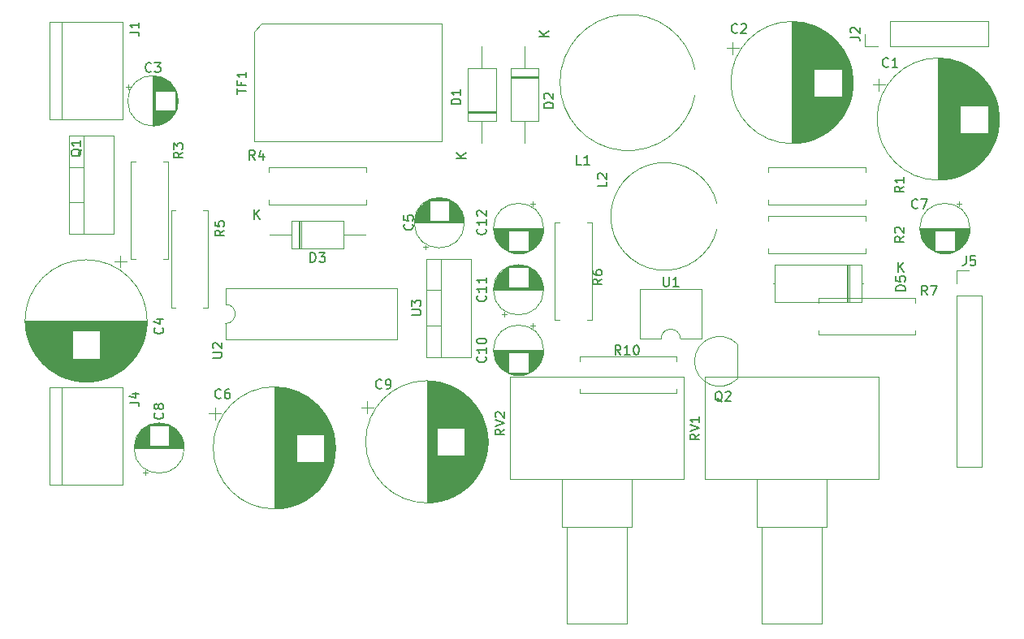
<source format=gbr>
%TF.GenerationSoftware,KiCad,Pcbnew,(5.1.8)-1*%
%TF.CreationDate,2022-06-16T12:56:30+03:00*%
%TF.ProjectId,FORWARD_CONVERTER,464f5257-4152-4445-9f43-4f4e56455254,rev?*%
%TF.SameCoordinates,Original*%
%TF.FileFunction,Legend,Top*%
%TF.FilePolarity,Positive*%
%FSLAX46Y46*%
G04 Gerber Fmt 4.6, Leading zero omitted, Abs format (unit mm)*
G04 Created by KiCad (PCBNEW (5.1.8)-1) date 2022-06-16 12:56:30*
%MOMM*%
%LPD*%
G01*
G04 APERTURE LIST*
%ADD10C,0.120000*%
%ADD11C,0.150000*%
G04 APERTURE END LIST*
D10*
%TO.C,Q2*%
X174570000Y-96923000D02*
X174570000Y-93323000D01*
X174558478Y-96961478D02*
G75*
G02*
X170120000Y-95123000I-1838478J1838478D01*
G01*
X174558478Y-93284522D02*
G75*
G03*
X170120000Y-95123000I-1838478J-1838478D01*
G01*
%TO.C,Q1*%
X104934000Y-81828000D02*
X104934000Y-71588000D01*
X109575000Y-81828000D02*
X109575000Y-71588000D01*
X104934000Y-81828000D02*
X109575000Y-81828000D01*
X104934000Y-71588000D02*
X109575000Y-71588000D01*
X106444000Y-81828000D02*
X106444000Y-71588000D01*
X104934000Y-78558000D02*
X106444000Y-78558000D01*
X104934000Y-74857000D02*
X106444000Y-74857000D01*
%TO.C,R3*%
X111844000Y-84445000D02*
X111364000Y-84445000D01*
X111364000Y-84445000D02*
X111364000Y-74305000D01*
X111364000Y-74305000D02*
X111844000Y-74305000D01*
X114724000Y-84445000D02*
X115204000Y-84445000D01*
X115204000Y-84445000D02*
X115204000Y-74305000D01*
X115204000Y-74305000D02*
X114724000Y-74305000D01*
%TO.C,C3*%
X111090225Y-66220000D02*
X111090225Y-66720000D01*
X110840225Y-66470000D02*
X111340225Y-66470000D01*
X116246000Y-67661000D02*
X116246000Y-68229000D01*
X116206000Y-67427000D02*
X116206000Y-68463000D01*
X116166000Y-67268000D02*
X116166000Y-68622000D01*
X116126000Y-67140000D02*
X116126000Y-68750000D01*
X116086000Y-67030000D02*
X116086000Y-68860000D01*
X116046000Y-66934000D02*
X116046000Y-68956000D01*
X116006000Y-66847000D02*
X116006000Y-69043000D01*
X115966000Y-66767000D02*
X115966000Y-69123000D01*
X115926000Y-68985000D02*
X115926000Y-69196000D01*
X115926000Y-66694000D02*
X115926000Y-66905000D01*
X115886000Y-68985000D02*
X115886000Y-69264000D01*
X115886000Y-66626000D02*
X115886000Y-66905000D01*
X115846000Y-68985000D02*
X115846000Y-69328000D01*
X115846000Y-66562000D02*
X115846000Y-66905000D01*
X115806000Y-68985000D02*
X115806000Y-69388000D01*
X115806000Y-66502000D02*
X115806000Y-66905000D01*
X115766000Y-68985000D02*
X115766000Y-69445000D01*
X115766000Y-66445000D02*
X115766000Y-66905000D01*
X115726000Y-68985000D02*
X115726000Y-69499000D01*
X115726000Y-66391000D02*
X115726000Y-66905000D01*
X115686000Y-68985000D02*
X115686000Y-69550000D01*
X115686000Y-66340000D02*
X115686000Y-66905000D01*
X115646000Y-68985000D02*
X115646000Y-69598000D01*
X115646000Y-66292000D02*
X115646000Y-66905000D01*
X115606000Y-68985000D02*
X115606000Y-69644000D01*
X115606000Y-66246000D02*
X115606000Y-66905000D01*
X115566000Y-68985000D02*
X115566000Y-69688000D01*
X115566000Y-66202000D02*
X115566000Y-66905000D01*
X115526000Y-68985000D02*
X115526000Y-69730000D01*
X115526000Y-66160000D02*
X115526000Y-66905000D01*
X115486000Y-68985000D02*
X115486000Y-69771000D01*
X115486000Y-66119000D02*
X115486000Y-66905000D01*
X115446000Y-68985000D02*
X115446000Y-69809000D01*
X115446000Y-66081000D02*
X115446000Y-66905000D01*
X115406000Y-68985000D02*
X115406000Y-69846000D01*
X115406000Y-66044000D02*
X115406000Y-66905000D01*
X115366000Y-68985000D02*
X115366000Y-69882000D01*
X115366000Y-66008000D02*
X115366000Y-66905000D01*
X115326000Y-68985000D02*
X115326000Y-69916000D01*
X115326000Y-65974000D02*
X115326000Y-66905000D01*
X115286000Y-68985000D02*
X115286000Y-69949000D01*
X115286000Y-65941000D02*
X115286000Y-66905000D01*
X115246000Y-68985000D02*
X115246000Y-69980000D01*
X115246000Y-65910000D02*
X115246000Y-66905000D01*
X115206000Y-68985000D02*
X115206000Y-70010000D01*
X115206000Y-65880000D02*
X115206000Y-66905000D01*
X115166000Y-68985000D02*
X115166000Y-70040000D01*
X115166000Y-65850000D02*
X115166000Y-66905000D01*
X115126000Y-68985000D02*
X115126000Y-70067000D01*
X115126000Y-65823000D02*
X115126000Y-66905000D01*
X115086000Y-68985000D02*
X115086000Y-70094000D01*
X115086000Y-65796000D02*
X115086000Y-66905000D01*
X115046000Y-68985000D02*
X115046000Y-70120000D01*
X115046000Y-65770000D02*
X115046000Y-66905000D01*
X115006000Y-68985000D02*
X115006000Y-70145000D01*
X115006000Y-65745000D02*
X115006000Y-66905000D01*
X114966000Y-68985000D02*
X114966000Y-70169000D01*
X114966000Y-65721000D02*
X114966000Y-66905000D01*
X114926000Y-68985000D02*
X114926000Y-70192000D01*
X114926000Y-65698000D02*
X114926000Y-66905000D01*
X114886000Y-68985000D02*
X114886000Y-70213000D01*
X114886000Y-65677000D02*
X114886000Y-66905000D01*
X114846000Y-68985000D02*
X114846000Y-70235000D01*
X114846000Y-65655000D02*
X114846000Y-66905000D01*
X114806000Y-68985000D02*
X114806000Y-70255000D01*
X114806000Y-65635000D02*
X114806000Y-66905000D01*
X114766000Y-68985000D02*
X114766000Y-70274000D01*
X114766000Y-65616000D02*
X114766000Y-66905000D01*
X114726000Y-68985000D02*
X114726000Y-70293000D01*
X114726000Y-65597000D02*
X114726000Y-66905000D01*
X114686000Y-68985000D02*
X114686000Y-70310000D01*
X114686000Y-65580000D02*
X114686000Y-66905000D01*
X114646000Y-68985000D02*
X114646000Y-70327000D01*
X114646000Y-65563000D02*
X114646000Y-66905000D01*
X114606000Y-68985000D02*
X114606000Y-70343000D01*
X114606000Y-65547000D02*
X114606000Y-66905000D01*
X114566000Y-68985000D02*
X114566000Y-70359000D01*
X114566000Y-65531000D02*
X114566000Y-66905000D01*
X114526000Y-68985000D02*
X114526000Y-70373000D01*
X114526000Y-65517000D02*
X114526000Y-66905000D01*
X114486000Y-68985000D02*
X114486000Y-70387000D01*
X114486000Y-65503000D02*
X114486000Y-66905000D01*
X114446000Y-68985000D02*
X114446000Y-70400000D01*
X114446000Y-65490000D02*
X114446000Y-66905000D01*
X114406000Y-68985000D02*
X114406000Y-70413000D01*
X114406000Y-65477000D02*
X114406000Y-66905000D01*
X114366000Y-68985000D02*
X114366000Y-70425000D01*
X114366000Y-65465000D02*
X114366000Y-66905000D01*
X114325000Y-68985000D02*
X114325000Y-70436000D01*
X114325000Y-65454000D02*
X114325000Y-66905000D01*
X114285000Y-68985000D02*
X114285000Y-70446000D01*
X114285000Y-65444000D02*
X114285000Y-66905000D01*
X114245000Y-68985000D02*
X114245000Y-70456000D01*
X114245000Y-65434000D02*
X114245000Y-66905000D01*
X114205000Y-68985000D02*
X114205000Y-70465000D01*
X114205000Y-65425000D02*
X114205000Y-66905000D01*
X114165000Y-68985000D02*
X114165000Y-70473000D01*
X114165000Y-65417000D02*
X114165000Y-66905000D01*
X114125000Y-68985000D02*
X114125000Y-70481000D01*
X114125000Y-65409000D02*
X114125000Y-66905000D01*
X114085000Y-68985000D02*
X114085000Y-70488000D01*
X114085000Y-65402000D02*
X114085000Y-66905000D01*
X114045000Y-68985000D02*
X114045000Y-70495000D01*
X114045000Y-65395000D02*
X114045000Y-66905000D01*
X114005000Y-68985000D02*
X114005000Y-70501000D01*
X114005000Y-65389000D02*
X114005000Y-66905000D01*
X113965000Y-68985000D02*
X113965000Y-70506000D01*
X113965000Y-65384000D02*
X113965000Y-66905000D01*
X113925000Y-68985000D02*
X113925000Y-70510000D01*
X113925000Y-65380000D02*
X113925000Y-66905000D01*
X113885000Y-68985000D02*
X113885000Y-70514000D01*
X113885000Y-65376000D02*
X113885000Y-66905000D01*
X113845000Y-65372000D02*
X113845000Y-70518000D01*
X113805000Y-65369000D02*
X113805000Y-70521000D01*
X113765000Y-65367000D02*
X113765000Y-70523000D01*
X113725000Y-65366000D02*
X113725000Y-70524000D01*
X113685000Y-65365000D02*
X113685000Y-70525000D01*
X113645000Y-65365000D02*
X113645000Y-70525000D01*
X116265000Y-67945000D02*
G75*
G03*
X116265000Y-67945000I-2620000J0D01*
G01*
%TO.C,U3*%
X142145000Y-94655000D02*
X142145000Y-84415000D01*
X146786000Y-94655000D02*
X146786000Y-84415000D01*
X142145000Y-94655000D02*
X146786000Y-94655000D01*
X142145000Y-84415000D02*
X146786000Y-84415000D01*
X143655000Y-94655000D02*
X143655000Y-84415000D01*
X142145000Y-91385000D02*
X143655000Y-91385000D01*
X142145000Y-87684000D02*
X143655000Y-87684000D01*
%TO.C,U2*%
X121225000Y-89170000D02*
G75*
G02*
X121225000Y-91170000I0J-1000000D01*
G01*
X121225000Y-91170000D02*
X121225000Y-92820000D01*
X121225000Y-92820000D02*
X139125000Y-92820000D01*
X139125000Y-92820000D02*
X139125000Y-87520000D01*
X139125000Y-87520000D02*
X121225000Y-87520000D01*
X121225000Y-87520000D02*
X121225000Y-89170000D01*
%TO.C,U1*%
X166640000Y-92770000D02*
G75*
G02*
X168640000Y-92770000I1000000J0D01*
G01*
X168640000Y-92770000D02*
X170875000Y-92770000D01*
X170875000Y-92770000D02*
X170875000Y-87570000D01*
X170875000Y-87570000D02*
X164405000Y-87570000D01*
X164405000Y-87570000D02*
X164405000Y-92770000D01*
X164405000Y-92770000D02*
X166640000Y-92770000D01*
%TO.C,TF1*%
X124205000Y-72150000D02*
X124205000Y-60730000D01*
X143765000Y-72150000D02*
X124205000Y-72150000D01*
X143765000Y-59930000D02*
X143765000Y-72150000D01*
X125005000Y-59930000D02*
X143765000Y-59930000D01*
X124205000Y-60730000D02*
X125005000Y-59930000D01*
%TO.C,RV2*%
X169010000Y-96685000D02*
X169010000Y-107425000D01*
X150870000Y-96685000D02*
X150870000Y-107425000D01*
X169010000Y-96685000D02*
X150870000Y-96685000D01*
X169010000Y-107425000D02*
X150870000Y-107425000D01*
X163560000Y-107425000D02*
X163560000Y-112425000D01*
X156320000Y-107425000D02*
X156320000Y-112425000D01*
X163560000Y-107425000D02*
X156320000Y-107425000D01*
X163560000Y-112425000D02*
X156320000Y-112425000D01*
X163060000Y-112425000D02*
X163060000Y-122425000D01*
X156819000Y-112425000D02*
X156819000Y-122425000D01*
X163060000Y-112425000D02*
X156819000Y-112425000D01*
X163060000Y-122425000D02*
X156819000Y-122425000D01*
%TO.C,RV1*%
X189330000Y-96685000D02*
X189330000Y-107425000D01*
X171190000Y-96685000D02*
X171190000Y-107425000D01*
X189330000Y-96685000D02*
X171190000Y-96685000D01*
X189330000Y-107425000D02*
X171190000Y-107425000D01*
X183880000Y-107425000D02*
X183880000Y-112425000D01*
X176640000Y-107425000D02*
X176640000Y-112425000D01*
X183880000Y-107425000D02*
X176640000Y-107425000D01*
X183880000Y-112425000D02*
X176640000Y-112425000D01*
X183380000Y-112425000D02*
X183380000Y-122425000D01*
X177139000Y-112425000D02*
X177139000Y-122425000D01*
X183380000Y-112425000D02*
X177139000Y-112425000D01*
X183380000Y-122425000D02*
X177139000Y-122425000D01*
%TO.C,R10*%
X168265000Y-97960000D02*
X168265000Y-98440000D01*
X168265000Y-98440000D02*
X158125000Y-98440000D01*
X158125000Y-98440000D02*
X158125000Y-97960000D01*
X168265000Y-95080000D02*
X168265000Y-94600000D01*
X168265000Y-94600000D02*
X158125000Y-94600000D01*
X158125000Y-94600000D02*
X158125000Y-95080000D01*
%TO.C,R7*%
X183017000Y-88984000D02*
X183017000Y-88504000D01*
X183017000Y-88504000D02*
X193157000Y-88504000D01*
X193157000Y-88504000D02*
X193157000Y-88984000D01*
X183017000Y-91864000D02*
X183017000Y-92344000D01*
X183017000Y-92344000D02*
X193157000Y-92344000D01*
X193157000Y-92344000D02*
X193157000Y-91864000D01*
%TO.C,R6*%
X158920000Y-80655000D02*
X159400000Y-80655000D01*
X159400000Y-80655000D02*
X159400000Y-90795000D01*
X159400000Y-90795000D02*
X158920000Y-90795000D01*
X156040000Y-80655000D02*
X155560000Y-80655000D01*
X155560000Y-80655000D02*
X155560000Y-90795000D01*
X155560000Y-90795000D02*
X156040000Y-90795000D01*
%TO.C,R5*%
X118915000Y-79385000D02*
X119395000Y-79385000D01*
X119395000Y-79385000D02*
X119395000Y-89525000D01*
X119395000Y-89525000D02*
X118915000Y-89525000D01*
X116035000Y-79385000D02*
X115555000Y-79385000D01*
X115555000Y-79385000D02*
X115555000Y-89525000D01*
X115555000Y-89525000D02*
X116035000Y-89525000D01*
%TO.C,R4*%
X125740000Y-75395000D02*
X125740000Y-74915000D01*
X125740000Y-74915000D02*
X135880000Y-74915000D01*
X135880000Y-74915000D02*
X135880000Y-75395000D01*
X125740000Y-78275000D02*
X125740000Y-78755000D01*
X125740000Y-78755000D02*
X135880000Y-78755000D01*
X135880000Y-78755000D02*
X135880000Y-78275000D01*
%TO.C,R2*%
X187950000Y-83355000D02*
X187950000Y-83835000D01*
X187950000Y-83835000D02*
X177810000Y-83835000D01*
X177810000Y-83835000D02*
X177810000Y-83355000D01*
X187950000Y-80475000D02*
X187950000Y-79995000D01*
X187950000Y-79995000D02*
X177810000Y-79995000D01*
X177810000Y-79995000D02*
X177810000Y-80475000D01*
%TO.C,R1*%
X177810000Y-75395000D02*
X177810000Y-74915000D01*
X177810000Y-74915000D02*
X187950000Y-74915000D01*
X187950000Y-74915000D02*
X187950000Y-75395000D01*
X177810000Y-78275000D02*
X177810000Y-78755000D01*
X177810000Y-78755000D02*
X187950000Y-78755000D01*
X187950000Y-78755000D02*
X187950000Y-78275000D01*
%TO.C,L2*%
X172467783Y-81330000D02*
G75*
G02*
X172467783Y-78690000I-5462783J1320000D01*
G01*
%TO.C,L1*%
X170176305Y-67360000D02*
G75*
G02*
X170176305Y-64720000I-6981305J1320000D01*
G01*
%TO.C,J5*%
X197425000Y-106105000D02*
X200085000Y-106105000D01*
X197425000Y-88265000D02*
X197425000Y-106105000D01*
X200085000Y-88265000D02*
X200085000Y-106105000D01*
X197425000Y-88265000D02*
X200085000Y-88265000D01*
X197425000Y-86995000D02*
X197425000Y-85665000D01*
X197425000Y-85665000D02*
X198755000Y-85665000D01*
%TO.C,J4*%
X104140000Y-107950000D02*
X104140000Y-97790000D01*
X102870000Y-107950000D02*
X110490000Y-107950000D01*
X110490000Y-107950000D02*
X110490000Y-97790000D01*
X110490000Y-97790000D02*
X102870000Y-97790000D01*
X102870000Y-97790000D02*
X102870000Y-107950000D01*
%TO.C,J2*%
X200720000Y-62290000D02*
X200720000Y-59630000D01*
X190500000Y-62290000D02*
X200720000Y-62290000D01*
X190500000Y-59630000D02*
X200720000Y-59630000D01*
X190500000Y-62290000D02*
X190500000Y-59630000D01*
X189230000Y-62290000D02*
X187900000Y-62290000D01*
X187900000Y-62290000D02*
X187900000Y-60960000D01*
%TO.C,J1*%
X104140000Y-69850000D02*
X104140000Y-59690000D01*
X102870000Y-69850000D02*
X110490000Y-69850000D01*
X110490000Y-69850000D02*
X110490000Y-59690000D01*
X110490000Y-59690000D02*
X102870000Y-59690000D01*
X102870000Y-59690000D02*
X102870000Y-69850000D01*
%TO.C,D5*%
X187577000Y-88965000D02*
X187577000Y-85025000D01*
X187577000Y-85025000D02*
X178437000Y-85025000D01*
X178437000Y-85025000D02*
X178437000Y-88965000D01*
X178437000Y-88965000D02*
X187577000Y-88965000D01*
X187717000Y-86995000D02*
X187577000Y-86995000D01*
X178297000Y-86995000D02*
X178437000Y-86995000D01*
X186122000Y-88965000D02*
X186122000Y-85025000D01*
X186002000Y-88965000D02*
X186002000Y-85025000D01*
X186242000Y-88965000D02*
X186242000Y-85025000D01*
%TO.C,D3*%
X128090000Y-80445000D02*
X128090000Y-83385000D01*
X128090000Y-83385000D02*
X133530000Y-83385000D01*
X133530000Y-83385000D02*
X133530000Y-80445000D01*
X133530000Y-80445000D02*
X128090000Y-80445000D01*
X125800000Y-81915000D02*
X128090000Y-81915000D01*
X135820000Y-81915000D02*
X133530000Y-81915000D01*
X128990000Y-80445000D02*
X128990000Y-83385000D01*
X129110000Y-80445000D02*
X129110000Y-83385000D01*
X128870000Y-80445000D02*
X128870000Y-83385000D01*
%TO.C,D2*%
X153870000Y-64590000D02*
X150930000Y-64590000D01*
X150930000Y-64590000D02*
X150930000Y-70030000D01*
X150930000Y-70030000D02*
X153870000Y-70030000D01*
X153870000Y-70030000D02*
X153870000Y-64590000D01*
X152400000Y-62300000D02*
X152400000Y-64590000D01*
X152400000Y-72320000D02*
X152400000Y-70030000D01*
X153870000Y-65490000D02*
X150930000Y-65490000D01*
X153870000Y-65610000D02*
X150930000Y-65610000D01*
X153870000Y-65370000D02*
X150930000Y-65370000D01*
%TO.C,D1*%
X146485000Y-70030000D02*
X149425000Y-70030000D01*
X149425000Y-70030000D02*
X149425000Y-64590000D01*
X149425000Y-64590000D02*
X146485000Y-64590000D01*
X146485000Y-64590000D02*
X146485000Y-70030000D01*
X147955000Y-72320000D02*
X147955000Y-70030000D01*
X147955000Y-62300000D02*
X147955000Y-64590000D01*
X146485000Y-69130000D02*
X149425000Y-69130000D01*
X146485000Y-69010000D02*
X149425000Y-69010000D01*
X146485000Y-69250000D02*
X149425000Y-69250000D01*
%TO.C,C12*%
X154385000Y-81260000D02*
G75*
G03*
X154385000Y-81260000I-2620000J0D01*
G01*
X154345000Y-81260000D02*
X149185000Y-81260000D01*
X154345000Y-81300000D02*
X149185000Y-81300000D01*
X154344000Y-81340000D02*
X149186000Y-81340000D01*
X154343000Y-81380000D02*
X149187000Y-81380000D01*
X154341000Y-81420000D02*
X149189000Y-81420000D01*
X154338000Y-81460000D02*
X149192000Y-81460000D01*
X154334000Y-81500000D02*
X152805000Y-81500000D01*
X150725000Y-81500000D02*
X149196000Y-81500000D01*
X154330000Y-81540000D02*
X152805000Y-81540000D01*
X150725000Y-81540000D02*
X149200000Y-81540000D01*
X154326000Y-81580000D02*
X152805000Y-81580000D01*
X150725000Y-81580000D02*
X149204000Y-81580000D01*
X154321000Y-81620000D02*
X152805000Y-81620000D01*
X150725000Y-81620000D02*
X149209000Y-81620000D01*
X154315000Y-81660000D02*
X152805000Y-81660000D01*
X150725000Y-81660000D02*
X149215000Y-81660000D01*
X154308000Y-81700000D02*
X152805000Y-81700000D01*
X150725000Y-81700000D02*
X149222000Y-81700000D01*
X154301000Y-81740000D02*
X152805000Y-81740000D01*
X150725000Y-81740000D02*
X149229000Y-81740000D01*
X154293000Y-81780000D02*
X152805000Y-81780000D01*
X150725000Y-81780000D02*
X149237000Y-81780000D01*
X154285000Y-81820000D02*
X152805000Y-81820000D01*
X150725000Y-81820000D02*
X149245000Y-81820000D01*
X154276000Y-81860000D02*
X152805000Y-81860000D01*
X150725000Y-81860000D02*
X149254000Y-81860000D01*
X154266000Y-81900000D02*
X152805000Y-81900000D01*
X150725000Y-81900000D02*
X149264000Y-81900000D01*
X154256000Y-81940000D02*
X152805000Y-81940000D01*
X150725000Y-81940000D02*
X149274000Y-81940000D01*
X154245000Y-81981000D02*
X152805000Y-81981000D01*
X150725000Y-81981000D02*
X149285000Y-81981000D01*
X154233000Y-82021000D02*
X152805000Y-82021000D01*
X150725000Y-82021000D02*
X149297000Y-82021000D01*
X154220000Y-82061000D02*
X152805000Y-82061000D01*
X150725000Y-82061000D02*
X149310000Y-82061000D01*
X154207000Y-82101000D02*
X152805000Y-82101000D01*
X150725000Y-82101000D02*
X149323000Y-82101000D01*
X154193000Y-82141000D02*
X152805000Y-82141000D01*
X150725000Y-82141000D02*
X149337000Y-82141000D01*
X154179000Y-82181000D02*
X152805000Y-82181000D01*
X150725000Y-82181000D02*
X149351000Y-82181000D01*
X154163000Y-82221000D02*
X152805000Y-82221000D01*
X150725000Y-82221000D02*
X149367000Y-82221000D01*
X154147000Y-82261000D02*
X152805000Y-82261000D01*
X150725000Y-82261000D02*
X149383000Y-82261000D01*
X154130000Y-82301000D02*
X152805000Y-82301000D01*
X150725000Y-82301000D02*
X149400000Y-82301000D01*
X154113000Y-82341000D02*
X152805000Y-82341000D01*
X150725000Y-82341000D02*
X149417000Y-82341000D01*
X154094000Y-82381000D02*
X152805000Y-82381000D01*
X150725000Y-82381000D02*
X149436000Y-82381000D01*
X154075000Y-82421000D02*
X152805000Y-82421000D01*
X150725000Y-82421000D02*
X149455000Y-82421000D01*
X154055000Y-82461000D02*
X152805000Y-82461000D01*
X150725000Y-82461000D02*
X149475000Y-82461000D01*
X154033000Y-82501000D02*
X152805000Y-82501000D01*
X150725000Y-82501000D02*
X149497000Y-82501000D01*
X154012000Y-82541000D02*
X152805000Y-82541000D01*
X150725000Y-82541000D02*
X149518000Y-82541000D01*
X153989000Y-82581000D02*
X152805000Y-82581000D01*
X150725000Y-82581000D02*
X149541000Y-82581000D01*
X153965000Y-82621000D02*
X152805000Y-82621000D01*
X150725000Y-82621000D02*
X149565000Y-82621000D01*
X153940000Y-82661000D02*
X152805000Y-82661000D01*
X150725000Y-82661000D02*
X149590000Y-82661000D01*
X153914000Y-82701000D02*
X152805000Y-82701000D01*
X150725000Y-82701000D02*
X149616000Y-82701000D01*
X153887000Y-82741000D02*
X152805000Y-82741000D01*
X150725000Y-82741000D02*
X149643000Y-82741000D01*
X153860000Y-82781000D02*
X152805000Y-82781000D01*
X150725000Y-82781000D02*
X149670000Y-82781000D01*
X153830000Y-82821000D02*
X152805000Y-82821000D01*
X150725000Y-82821000D02*
X149700000Y-82821000D01*
X153800000Y-82861000D02*
X152805000Y-82861000D01*
X150725000Y-82861000D02*
X149730000Y-82861000D01*
X153769000Y-82901000D02*
X152805000Y-82901000D01*
X150725000Y-82901000D02*
X149761000Y-82901000D01*
X153736000Y-82941000D02*
X152805000Y-82941000D01*
X150725000Y-82941000D02*
X149794000Y-82941000D01*
X153702000Y-82981000D02*
X152805000Y-82981000D01*
X150725000Y-82981000D02*
X149828000Y-82981000D01*
X153666000Y-83021000D02*
X152805000Y-83021000D01*
X150725000Y-83021000D02*
X149864000Y-83021000D01*
X153629000Y-83061000D02*
X152805000Y-83061000D01*
X150725000Y-83061000D02*
X149901000Y-83061000D01*
X153591000Y-83101000D02*
X152805000Y-83101000D01*
X150725000Y-83101000D02*
X149939000Y-83101000D01*
X153550000Y-83141000D02*
X152805000Y-83141000D01*
X150725000Y-83141000D02*
X149980000Y-83141000D01*
X153508000Y-83181000D02*
X152805000Y-83181000D01*
X150725000Y-83181000D02*
X150022000Y-83181000D01*
X153464000Y-83221000D02*
X152805000Y-83221000D01*
X150725000Y-83221000D02*
X150066000Y-83221000D01*
X153418000Y-83261000D02*
X152805000Y-83261000D01*
X150725000Y-83261000D02*
X150112000Y-83261000D01*
X153370000Y-83301000D02*
X152805000Y-83301000D01*
X150725000Y-83301000D02*
X150160000Y-83301000D01*
X153319000Y-83341000D02*
X152805000Y-83341000D01*
X150725000Y-83341000D02*
X150211000Y-83341000D01*
X153265000Y-83381000D02*
X152805000Y-83381000D01*
X150725000Y-83381000D02*
X150265000Y-83381000D01*
X153208000Y-83421000D02*
X152805000Y-83421000D01*
X150725000Y-83421000D02*
X150322000Y-83421000D01*
X153148000Y-83461000D02*
X152805000Y-83461000D01*
X150725000Y-83461000D02*
X150382000Y-83461000D01*
X153084000Y-83501000D02*
X152805000Y-83501000D01*
X150725000Y-83501000D02*
X150446000Y-83501000D01*
X153016000Y-83541000D02*
X152805000Y-83541000D01*
X150725000Y-83541000D02*
X150514000Y-83541000D01*
X152943000Y-83581000D02*
X150587000Y-83581000D01*
X152863000Y-83621000D02*
X150667000Y-83621000D01*
X152776000Y-83661000D02*
X150754000Y-83661000D01*
X152680000Y-83701000D02*
X150850000Y-83701000D01*
X152570000Y-83741000D02*
X150960000Y-83741000D01*
X152442000Y-83781000D02*
X151088000Y-83781000D01*
X152283000Y-83821000D02*
X151247000Y-83821000D01*
X152049000Y-83861000D02*
X151481000Y-83861000D01*
X153240000Y-78455225D02*
X153240000Y-78955225D01*
X153490000Y-78705225D02*
X152990000Y-78705225D01*
%TO.C,C11*%
X154385000Y-87650000D02*
G75*
G03*
X154385000Y-87650000I-2620000J0D01*
G01*
X149185000Y-87650000D02*
X154345000Y-87650000D01*
X149185000Y-87610000D02*
X154345000Y-87610000D01*
X149186000Y-87570000D02*
X154344000Y-87570000D01*
X149187000Y-87530000D02*
X154343000Y-87530000D01*
X149189000Y-87490000D02*
X154341000Y-87490000D01*
X149192000Y-87450000D02*
X154338000Y-87450000D01*
X149196000Y-87410000D02*
X150725000Y-87410000D01*
X152805000Y-87410000D02*
X154334000Y-87410000D01*
X149200000Y-87370000D02*
X150725000Y-87370000D01*
X152805000Y-87370000D02*
X154330000Y-87370000D01*
X149204000Y-87330000D02*
X150725000Y-87330000D01*
X152805000Y-87330000D02*
X154326000Y-87330000D01*
X149209000Y-87290000D02*
X150725000Y-87290000D01*
X152805000Y-87290000D02*
X154321000Y-87290000D01*
X149215000Y-87250000D02*
X150725000Y-87250000D01*
X152805000Y-87250000D02*
X154315000Y-87250000D01*
X149222000Y-87210000D02*
X150725000Y-87210000D01*
X152805000Y-87210000D02*
X154308000Y-87210000D01*
X149229000Y-87170000D02*
X150725000Y-87170000D01*
X152805000Y-87170000D02*
X154301000Y-87170000D01*
X149237000Y-87130000D02*
X150725000Y-87130000D01*
X152805000Y-87130000D02*
X154293000Y-87130000D01*
X149245000Y-87090000D02*
X150725000Y-87090000D01*
X152805000Y-87090000D02*
X154285000Y-87090000D01*
X149254000Y-87050000D02*
X150725000Y-87050000D01*
X152805000Y-87050000D02*
X154276000Y-87050000D01*
X149264000Y-87010000D02*
X150725000Y-87010000D01*
X152805000Y-87010000D02*
X154266000Y-87010000D01*
X149274000Y-86970000D02*
X150725000Y-86970000D01*
X152805000Y-86970000D02*
X154256000Y-86970000D01*
X149285000Y-86929000D02*
X150725000Y-86929000D01*
X152805000Y-86929000D02*
X154245000Y-86929000D01*
X149297000Y-86889000D02*
X150725000Y-86889000D01*
X152805000Y-86889000D02*
X154233000Y-86889000D01*
X149310000Y-86849000D02*
X150725000Y-86849000D01*
X152805000Y-86849000D02*
X154220000Y-86849000D01*
X149323000Y-86809000D02*
X150725000Y-86809000D01*
X152805000Y-86809000D02*
X154207000Y-86809000D01*
X149337000Y-86769000D02*
X150725000Y-86769000D01*
X152805000Y-86769000D02*
X154193000Y-86769000D01*
X149351000Y-86729000D02*
X150725000Y-86729000D01*
X152805000Y-86729000D02*
X154179000Y-86729000D01*
X149367000Y-86689000D02*
X150725000Y-86689000D01*
X152805000Y-86689000D02*
X154163000Y-86689000D01*
X149383000Y-86649000D02*
X150725000Y-86649000D01*
X152805000Y-86649000D02*
X154147000Y-86649000D01*
X149400000Y-86609000D02*
X150725000Y-86609000D01*
X152805000Y-86609000D02*
X154130000Y-86609000D01*
X149417000Y-86569000D02*
X150725000Y-86569000D01*
X152805000Y-86569000D02*
X154113000Y-86569000D01*
X149436000Y-86529000D02*
X150725000Y-86529000D01*
X152805000Y-86529000D02*
X154094000Y-86529000D01*
X149455000Y-86489000D02*
X150725000Y-86489000D01*
X152805000Y-86489000D02*
X154075000Y-86489000D01*
X149475000Y-86449000D02*
X150725000Y-86449000D01*
X152805000Y-86449000D02*
X154055000Y-86449000D01*
X149497000Y-86409000D02*
X150725000Y-86409000D01*
X152805000Y-86409000D02*
X154033000Y-86409000D01*
X149518000Y-86369000D02*
X150725000Y-86369000D01*
X152805000Y-86369000D02*
X154012000Y-86369000D01*
X149541000Y-86329000D02*
X150725000Y-86329000D01*
X152805000Y-86329000D02*
X153989000Y-86329000D01*
X149565000Y-86289000D02*
X150725000Y-86289000D01*
X152805000Y-86289000D02*
X153965000Y-86289000D01*
X149590000Y-86249000D02*
X150725000Y-86249000D01*
X152805000Y-86249000D02*
X153940000Y-86249000D01*
X149616000Y-86209000D02*
X150725000Y-86209000D01*
X152805000Y-86209000D02*
X153914000Y-86209000D01*
X149643000Y-86169000D02*
X150725000Y-86169000D01*
X152805000Y-86169000D02*
X153887000Y-86169000D01*
X149670000Y-86129000D02*
X150725000Y-86129000D01*
X152805000Y-86129000D02*
X153860000Y-86129000D01*
X149700000Y-86089000D02*
X150725000Y-86089000D01*
X152805000Y-86089000D02*
X153830000Y-86089000D01*
X149730000Y-86049000D02*
X150725000Y-86049000D01*
X152805000Y-86049000D02*
X153800000Y-86049000D01*
X149761000Y-86009000D02*
X150725000Y-86009000D01*
X152805000Y-86009000D02*
X153769000Y-86009000D01*
X149794000Y-85969000D02*
X150725000Y-85969000D01*
X152805000Y-85969000D02*
X153736000Y-85969000D01*
X149828000Y-85929000D02*
X150725000Y-85929000D01*
X152805000Y-85929000D02*
X153702000Y-85929000D01*
X149864000Y-85889000D02*
X150725000Y-85889000D01*
X152805000Y-85889000D02*
X153666000Y-85889000D01*
X149901000Y-85849000D02*
X150725000Y-85849000D01*
X152805000Y-85849000D02*
X153629000Y-85849000D01*
X149939000Y-85809000D02*
X150725000Y-85809000D01*
X152805000Y-85809000D02*
X153591000Y-85809000D01*
X149980000Y-85769000D02*
X150725000Y-85769000D01*
X152805000Y-85769000D02*
X153550000Y-85769000D01*
X150022000Y-85729000D02*
X150725000Y-85729000D01*
X152805000Y-85729000D02*
X153508000Y-85729000D01*
X150066000Y-85689000D02*
X150725000Y-85689000D01*
X152805000Y-85689000D02*
X153464000Y-85689000D01*
X150112000Y-85649000D02*
X150725000Y-85649000D01*
X152805000Y-85649000D02*
X153418000Y-85649000D01*
X150160000Y-85609000D02*
X150725000Y-85609000D01*
X152805000Y-85609000D02*
X153370000Y-85609000D01*
X150211000Y-85569000D02*
X150725000Y-85569000D01*
X152805000Y-85569000D02*
X153319000Y-85569000D01*
X150265000Y-85529000D02*
X150725000Y-85529000D01*
X152805000Y-85529000D02*
X153265000Y-85529000D01*
X150322000Y-85489000D02*
X150725000Y-85489000D01*
X152805000Y-85489000D02*
X153208000Y-85489000D01*
X150382000Y-85449000D02*
X150725000Y-85449000D01*
X152805000Y-85449000D02*
X153148000Y-85449000D01*
X150446000Y-85409000D02*
X150725000Y-85409000D01*
X152805000Y-85409000D02*
X153084000Y-85409000D01*
X150514000Y-85369000D02*
X150725000Y-85369000D01*
X152805000Y-85369000D02*
X153016000Y-85369000D01*
X150587000Y-85329000D02*
X152943000Y-85329000D01*
X150667000Y-85289000D02*
X152863000Y-85289000D01*
X150754000Y-85249000D02*
X152776000Y-85249000D01*
X150850000Y-85209000D02*
X152680000Y-85209000D01*
X150960000Y-85169000D02*
X152570000Y-85169000D01*
X151088000Y-85129000D02*
X152442000Y-85129000D01*
X151247000Y-85089000D02*
X152283000Y-85089000D01*
X151481000Y-85049000D02*
X152049000Y-85049000D01*
X150290000Y-90454775D02*
X150290000Y-89954775D01*
X150040000Y-90204775D02*
X150540000Y-90204775D01*
%TO.C,C10*%
X154385000Y-93960000D02*
G75*
G03*
X154385000Y-93960000I-2620000J0D01*
G01*
X154345000Y-93960000D02*
X149185000Y-93960000D01*
X154345000Y-94000000D02*
X149185000Y-94000000D01*
X154344000Y-94040000D02*
X149186000Y-94040000D01*
X154343000Y-94080000D02*
X149187000Y-94080000D01*
X154341000Y-94120000D02*
X149189000Y-94120000D01*
X154338000Y-94160000D02*
X149192000Y-94160000D01*
X154334000Y-94200000D02*
X152805000Y-94200000D01*
X150725000Y-94200000D02*
X149196000Y-94200000D01*
X154330000Y-94240000D02*
X152805000Y-94240000D01*
X150725000Y-94240000D02*
X149200000Y-94240000D01*
X154326000Y-94280000D02*
X152805000Y-94280000D01*
X150725000Y-94280000D02*
X149204000Y-94280000D01*
X154321000Y-94320000D02*
X152805000Y-94320000D01*
X150725000Y-94320000D02*
X149209000Y-94320000D01*
X154315000Y-94360000D02*
X152805000Y-94360000D01*
X150725000Y-94360000D02*
X149215000Y-94360000D01*
X154308000Y-94400000D02*
X152805000Y-94400000D01*
X150725000Y-94400000D02*
X149222000Y-94400000D01*
X154301000Y-94440000D02*
X152805000Y-94440000D01*
X150725000Y-94440000D02*
X149229000Y-94440000D01*
X154293000Y-94480000D02*
X152805000Y-94480000D01*
X150725000Y-94480000D02*
X149237000Y-94480000D01*
X154285000Y-94520000D02*
X152805000Y-94520000D01*
X150725000Y-94520000D02*
X149245000Y-94520000D01*
X154276000Y-94560000D02*
X152805000Y-94560000D01*
X150725000Y-94560000D02*
X149254000Y-94560000D01*
X154266000Y-94600000D02*
X152805000Y-94600000D01*
X150725000Y-94600000D02*
X149264000Y-94600000D01*
X154256000Y-94640000D02*
X152805000Y-94640000D01*
X150725000Y-94640000D02*
X149274000Y-94640000D01*
X154245000Y-94681000D02*
X152805000Y-94681000D01*
X150725000Y-94681000D02*
X149285000Y-94681000D01*
X154233000Y-94721000D02*
X152805000Y-94721000D01*
X150725000Y-94721000D02*
X149297000Y-94721000D01*
X154220000Y-94761000D02*
X152805000Y-94761000D01*
X150725000Y-94761000D02*
X149310000Y-94761000D01*
X154207000Y-94801000D02*
X152805000Y-94801000D01*
X150725000Y-94801000D02*
X149323000Y-94801000D01*
X154193000Y-94841000D02*
X152805000Y-94841000D01*
X150725000Y-94841000D02*
X149337000Y-94841000D01*
X154179000Y-94881000D02*
X152805000Y-94881000D01*
X150725000Y-94881000D02*
X149351000Y-94881000D01*
X154163000Y-94921000D02*
X152805000Y-94921000D01*
X150725000Y-94921000D02*
X149367000Y-94921000D01*
X154147000Y-94961000D02*
X152805000Y-94961000D01*
X150725000Y-94961000D02*
X149383000Y-94961000D01*
X154130000Y-95001000D02*
X152805000Y-95001000D01*
X150725000Y-95001000D02*
X149400000Y-95001000D01*
X154113000Y-95041000D02*
X152805000Y-95041000D01*
X150725000Y-95041000D02*
X149417000Y-95041000D01*
X154094000Y-95081000D02*
X152805000Y-95081000D01*
X150725000Y-95081000D02*
X149436000Y-95081000D01*
X154075000Y-95121000D02*
X152805000Y-95121000D01*
X150725000Y-95121000D02*
X149455000Y-95121000D01*
X154055000Y-95161000D02*
X152805000Y-95161000D01*
X150725000Y-95161000D02*
X149475000Y-95161000D01*
X154033000Y-95201000D02*
X152805000Y-95201000D01*
X150725000Y-95201000D02*
X149497000Y-95201000D01*
X154012000Y-95241000D02*
X152805000Y-95241000D01*
X150725000Y-95241000D02*
X149518000Y-95241000D01*
X153989000Y-95281000D02*
X152805000Y-95281000D01*
X150725000Y-95281000D02*
X149541000Y-95281000D01*
X153965000Y-95321000D02*
X152805000Y-95321000D01*
X150725000Y-95321000D02*
X149565000Y-95321000D01*
X153940000Y-95361000D02*
X152805000Y-95361000D01*
X150725000Y-95361000D02*
X149590000Y-95361000D01*
X153914000Y-95401000D02*
X152805000Y-95401000D01*
X150725000Y-95401000D02*
X149616000Y-95401000D01*
X153887000Y-95441000D02*
X152805000Y-95441000D01*
X150725000Y-95441000D02*
X149643000Y-95441000D01*
X153860000Y-95481000D02*
X152805000Y-95481000D01*
X150725000Y-95481000D02*
X149670000Y-95481000D01*
X153830000Y-95521000D02*
X152805000Y-95521000D01*
X150725000Y-95521000D02*
X149700000Y-95521000D01*
X153800000Y-95561000D02*
X152805000Y-95561000D01*
X150725000Y-95561000D02*
X149730000Y-95561000D01*
X153769000Y-95601000D02*
X152805000Y-95601000D01*
X150725000Y-95601000D02*
X149761000Y-95601000D01*
X153736000Y-95641000D02*
X152805000Y-95641000D01*
X150725000Y-95641000D02*
X149794000Y-95641000D01*
X153702000Y-95681000D02*
X152805000Y-95681000D01*
X150725000Y-95681000D02*
X149828000Y-95681000D01*
X153666000Y-95721000D02*
X152805000Y-95721000D01*
X150725000Y-95721000D02*
X149864000Y-95721000D01*
X153629000Y-95761000D02*
X152805000Y-95761000D01*
X150725000Y-95761000D02*
X149901000Y-95761000D01*
X153591000Y-95801000D02*
X152805000Y-95801000D01*
X150725000Y-95801000D02*
X149939000Y-95801000D01*
X153550000Y-95841000D02*
X152805000Y-95841000D01*
X150725000Y-95841000D02*
X149980000Y-95841000D01*
X153508000Y-95881000D02*
X152805000Y-95881000D01*
X150725000Y-95881000D02*
X150022000Y-95881000D01*
X153464000Y-95921000D02*
X152805000Y-95921000D01*
X150725000Y-95921000D02*
X150066000Y-95921000D01*
X153418000Y-95961000D02*
X152805000Y-95961000D01*
X150725000Y-95961000D02*
X150112000Y-95961000D01*
X153370000Y-96001000D02*
X152805000Y-96001000D01*
X150725000Y-96001000D02*
X150160000Y-96001000D01*
X153319000Y-96041000D02*
X152805000Y-96041000D01*
X150725000Y-96041000D02*
X150211000Y-96041000D01*
X153265000Y-96081000D02*
X152805000Y-96081000D01*
X150725000Y-96081000D02*
X150265000Y-96081000D01*
X153208000Y-96121000D02*
X152805000Y-96121000D01*
X150725000Y-96121000D02*
X150322000Y-96121000D01*
X153148000Y-96161000D02*
X152805000Y-96161000D01*
X150725000Y-96161000D02*
X150382000Y-96161000D01*
X153084000Y-96201000D02*
X152805000Y-96201000D01*
X150725000Y-96201000D02*
X150446000Y-96201000D01*
X153016000Y-96241000D02*
X152805000Y-96241000D01*
X150725000Y-96241000D02*
X150514000Y-96241000D01*
X152943000Y-96281000D02*
X150587000Y-96281000D01*
X152863000Y-96321000D02*
X150667000Y-96321000D01*
X152776000Y-96361000D02*
X150754000Y-96361000D01*
X152680000Y-96401000D02*
X150850000Y-96401000D01*
X152570000Y-96441000D02*
X150960000Y-96441000D01*
X152442000Y-96481000D02*
X151088000Y-96481000D01*
X152283000Y-96521000D02*
X151247000Y-96521000D01*
X152049000Y-96561000D02*
X151481000Y-96561000D01*
X153240000Y-91155225D02*
X153240000Y-91655225D01*
X153490000Y-91405225D02*
X152990000Y-91405225D01*
%TO.C,C9*%
X148570000Y-103505000D02*
G75*
G03*
X148570000Y-103505000I-6370000J0D01*
G01*
X142200000Y-97175000D02*
X142200000Y-109835000D01*
X142240000Y-97175000D02*
X142240000Y-109835000D01*
X142280000Y-97175000D02*
X142280000Y-109835000D01*
X142320000Y-97176000D02*
X142320000Y-109834000D01*
X142360000Y-97177000D02*
X142360000Y-109833000D01*
X142400000Y-97178000D02*
X142400000Y-109832000D01*
X142440000Y-97179000D02*
X142440000Y-109831000D01*
X142480000Y-97181000D02*
X142480000Y-109829000D01*
X142520000Y-97183000D02*
X142520000Y-109827000D01*
X142560000Y-97185000D02*
X142560000Y-109825000D01*
X142600000Y-97187000D02*
X142600000Y-109823000D01*
X142640000Y-97190000D02*
X142640000Y-109820000D01*
X142680000Y-97193000D02*
X142680000Y-109817000D01*
X142720000Y-97196000D02*
X142720000Y-109814000D01*
X142760000Y-97199000D02*
X142760000Y-109811000D01*
X142800000Y-97203000D02*
X142800000Y-109807000D01*
X142840000Y-97207000D02*
X142840000Y-109803000D01*
X142880000Y-97211000D02*
X142880000Y-109799000D01*
X142921000Y-97215000D02*
X142921000Y-109795000D01*
X142961000Y-97220000D02*
X142961000Y-109790000D01*
X143001000Y-97225000D02*
X143001000Y-109785000D01*
X143041000Y-97230000D02*
X143041000Y-109780000D01*
X143081000Y-97236000D02*
X143081000Y-109774000D01*
X143121000Y-97241000D02*
X143121000Y-109769000D01*
X143161000Y-97247000D02*
X143161000Y-109763000D01*
X143201000Y-97253000D02*
X143201000Y-109757000D01*
X143241000Y-97260000D02*
X143241000Y-109750000D01*
X143281000Y-97267000D02*
X143281000Y-102065000D01*
X143281000Y-104945000D02*
X143281000Y-109743000D01*
X143321000Y-97274000D02*
X143321000Y-102065000D01*
X143321000Y-104945000D02*
X143321000Y-109736000D01*
X143361000Y-97281000D02*
X143361000Y-102065000D01*
X143361000Y-104945000D02*
X143361000Y-109729000D01*
X143401000Y-97289000D02*
X143401000Y-102065000D01*
X143401000Y-104945000D02*
X143401000Y-109721000D01*
X143441000Y-97296000D02*
X143441000Y-102065000D01*
X143441000Y-104945000D02*
X143441000Y-109714000D01*
X143481000Y-97304000D02*
X143481000Y-102065000D01*
X143481000Y-104945000D02*
X143481000Y-109706000D01*
X143521000Y-97313000D02*
X143521000Y-102065000D01*
X143521000Y-104945000D02*
X143521000Y-109697000D01*
X143561000Y-97321000D02*
X143561000Y-102065000D01*
X143561000Y-104945000D02*
X143561000Y-109689000D01*
X143601000Y-97330000D02*
X143601000Y-102065000D01*
X143601000Y-104945000D02*
X143601000Y-109680000D01*
X143641000Y-97339000D02*
X143641000Y-102065000D01*
X143641000Y-104945000D02*
X143641000Y-109671000D01*
X143681000Y-97349000D02*
X143681000Y-102065000D01*
X143681000Y-104945000D02*
X143681000Y-109661000D01*
X143721000Y-97359000D02*
X143721000Y-102065000D01*
X143721000Y-104945000D02*
X143721000Y-109651000D01*
X143761000Y-97368000D02*
X143761000Y-102065000D01*
X143761000Y-104945000D02*
X143761000Y-109642000D01*
X143801000Y-97379000D02*
X143801000Y-102065000D01*
X143801000Y-104945000D02*
X143801000Y-109631000D01*
X143841000Y-97389000D02*
X143841000Y-102065000D01*
X143841000Y-104945000D02*
X143841000Y-109621000D01*
X143881000Y-97400000D02*
X143881000Y-102065000D01*
X143881000Y-104945000D02*
X143881000Y-109610000D01*
X143921000Y-97411000D02*
X143921000Y-102065000D01*
X143921000Y-104945000D02*
X143921000Y-109599000D01*
X143961000Y-97422000D02*
X143961000Y-102065000D01*
X143961000Y-104945000D02*
X143961000Y-109588000D01*
X144001000Y-97434000D02*
X144001000Y-102065000D01*
X144001000Y-104945000D02*
X144001000Y-109576000D01*
X144041000Y-97446000D02*
X144041000Y-102065000D01*
X144041000Y-104945000D02*
X144041000Y-109564000D01*
X144081000Y-97458000D02*
X144081000Y-102065000D01*
X144081000Y-104945000D02*
X144081000Y-109552000D01*
X144121000Y-97471000D02*
X144121000Y-102065000D01*
X144121000Y-104945000D02*
X144121000Y-109539000D01*
X144161000Y-97484000D02*
X144161000Y-102065000D01*
X144161000Y-104945000D02*
X144161000Y-109526000D01*
X144201000Y-97497000D02*
X144201000Y-102065000D01*
X144201000Y-104945000D02*
X144201000Y-109513000D01*
X144241000Y-97510000D02*
X144241000Y-102065000D01*
X144241000Y-104945000D02*
X144241000Y-109500000D01*
X144281000Y-97524000D02*
X144281000Y-102065000D01*
X144281000Y-104945000D02*
X144281000Y-109486000D01*
X144321000Y-97538000D02*
X144321000Y-102065000D01*
X144321000Y-104945000D02*
X144321000Y-109472000D01*
X144361000Y-97552000D02*
X144361000Y-102065000D01*
X144361000Y-104945000D02*
X144361000Y-109458000D01*
X144401000Y-97566000D02*
X144401000Y-102065000D01*
X144401000Y-104945000D02*
X144401000Y-109444000D01*
X144441000Y-97581000D02*
X144441000Y-102065000D01*
X144441000Y-104945000D02*
X144441000Y-109429000D01*
X144481000Y-97597000D02*
X144481000Y-102065000D01*
X144481000Y-104945000D02*
X144481000Y-109413000D01*
X144521000Y-97612000D02*
X144521000Y-102065000D01*
X144521000Y-104945000D02*
X144521000Y-109398000D01*
X144561000Y-97628000D02*
X144561000Y-102065000D01*
X144561000Y-104945000D02*
X144561000Y-109382000D01*
X144601000Y-97644000D02*
X144601000Y-102065000D01*
X144601000Y-104945000D02*
X144601000Y-109366000D01*
X144641000Y-97660000D02*
X144641000Y-102065000D01*
X144641000Y-104945000D02*
X144641000Y-109350000D01*
X144681000Y-97677000D02*
X144681000Y-102065000D01*
X144681000Y-104945000D02*
X144681000Y-109333000D01*
X144721000Y-97694000D02*
X144721000Y-102065000D01*
X144721000Y-104945000D02*
X144721000Y-109316000D01*
X144761000Y-97712000D02*
X144761000Y-102065000D01*
X144761000Y-104945000D02*
X144761000Y-109298000D01*
X144801000Y-97729000D02*
X144801000Y-102065000D01*
X144801000Y-104945000D02*
X144801000Y-109281000D01*
X144841000Y-97747000D02*
X144841000Y-102065000D01*
X144841000Y-104945000D02*
X144841000Y-109263000D01*
X144881000Y-97766000D02*
X144881000Y-102065000D01*
X144881000Y-104945000D02*
X144881000Y-109244000D01*
X144921000Y-97784000D02*
X144921000Y-102065000D01*
X144921000Y-104945000D02*
X144921000Y-109226000D01*
X144961000Y-97803000D02*
X144961000Y-102065000D01*
X144961000Y-104945000D02*
X144961000Y-109207000D01*
X145001000Y-97823000D02*
X145001000Y-102065000D01*
X145001000Y-104945000D02*
X145001000Y-109187000D01*
X145041000Y-97843000D02*
X145041000Y-102065000D01*
X145041000Y-104945000D02*
X145041000Y-109167000D01*
X145081000Y-97863000D02*
X145081000Y-102065000D01*
X145081000Y-104945000D02*
X145081000Y-109147000D01*
X145121000Y-97883000D02*
X145121000Y-102065000D01*
X145121000Y-104945000D02*
X145121000Y-109127000D01*
X145161000Y-97904000D02*
X145161000Y-102065000D01*
X145161000Y-104945000D02*
X145161000Y-109106000D01*
X145201000Y-97925000D02*
X145201000Y-102065000D01*
X145201000Y-104945000D02*
X145201000Y-109085000D01*
X145241000Y-97947000D02*
X145241000Y-102065000D01*
X145241000Y-104945000D02*
X145241000Y-109063000D01*
X145281000Y-97969000D02*
X145281000Y-102065000D01*
X145281000Y-104945000D02*
X145281000Y-109041000D01*
X145321000Y-97991000D02*
X145321000Y-102065000D01*
X145321000Y-104945000D02*
X145321000Y-109019000D01*
X145361000Y-98014000D02*
X145361000Y-102065000D01*
X145361000Y-104945000D02*
X145361000Y-108996000D01*
X145401000Y-98037000D02*
X145401000Y-102065000D01*
X145401000Y-104945000D02*
X145401000Y-108973000D01*
X145441000Y-98060000D02*
X145441000Y-102065000D01*
X145441000Y-104945000D02*
X145441000Y-108950000D01*
X145481000Y-98084000D02*
X145481000Y-102065000D01*
X145481000Y-104945000D02*
X145481000Y-108926000D01*
X145521000Y-98108000D02*
X145521000Y-102065000D01*
X145521000Y-104945000D02*
X145521000Y-108902000D01*
X145561000Y-98133000D02*
X145561000Y-102065000D01*
X145561000Y-104945000D02*
X145561000Y-108877000D01*
X145601000Y-98158000D02*
X145601000Y-102065000D01*
X145601000Y-104945000D02*
X145601000Y-108852000D01*
X145641000Y-98183000D02*
X145641000Y-102065000D01*
X145641000Y-104945000D02*
X145641000Y-108827000D01*
X145681000Y-98209000D02*
X145681000Y-102065000D01*
X145681000Y-104945000D02*
X145681000Y-108801000D01*
X145721000Y-98235000D02*
X145721000Y-102065000D01*
X145721000Y-104945000D02*
X145721000Y-108775000D01*
X145761000Y-98262000D02*
X145761000Y-102065000D01*
X145761000Y-104945000D02*
X145761000Y-108748000D01*
X145801000Y-98289000D02*
X145801000Y-102065000D01*
X145801000Y-104945000D02*
X145801000Y-108721000D01*
X145841000Y-98317000D02*
X145841000Y-102065000D01*
X145841000Y-104945000D02*
X145841000Y-108693000D01*
X145881000Y-98345000D02*
X145881000Y-102065000D01*
X145881000Y-104945000D02*
X145881000Y-108665000D01*
X145921000Y-98374000D02*
X145921000Y-102065000D01*
X145921000Y-104945000D02*
X145921000Y-108636000D01*
X145961000Y-98403000D02*
X145961000Y-102065000D01*
X145961000Y-104945000D02*
X145961000Y-108607000D01*
X146001000Y-98432000D02*
X146001000Y-102065000D01*
X146001000Y-104945000D02*
X146001000Y-108578000D01*
X146041000Y-98462000D02*
X146041000Y-102065000D01*
X146041000Y-104945000D02*
X146041000Y-108548000D01*
X146081000Y-98493000D02*
X146081000Y-102065000D01*
X146081000Y-104945000D02*
X146081000Y-108517000D01*
X146121000Y-98523000D02*
X146121000Y-102065000D01*
X146121000Y-104945000D02*
X146121000Y-108487000D01*
X146161000Y-98555000D02*
X146161000Y-108455000D01*
X146201000Y-98587000D02*
X146201000Y-108423000D01*
X146241000Y-98620000D02*
X146241000Y-108390000D01*
X146281000Y-98653000D02*
X146281000Y-108357000D01*
X146321000Y-98686000D02*
X146321000Y-108324000D01*
X146361000Y-98720000D02*
X146361000Y-108290000D01*
X146401000Y-98755000D02*
X146401000Y-108255000D01*
X146441000Y-98791000D02*
X146441000Y-108219000D01*
X146481000Y-98827000D02*
X146481000Y-108183000D01*
X146521000Y-98863000D02*
X146521000Y-108147000D01*
X146561000Y-98900000D02*
X146561000Y-108110000D01*
X146601000Y-98938000D02*
X146601000Y-108072000D01*
X146641000Y-98977000D02*
X146641000Y-108033000D01*
X146681000Y-99016000D02*
X146681000Y-107994000D01*
X146721000Y-99056000D02*
X146721000Y-107954000D01*
X146761000Y-99097000D02*
X146761000Y-107913000D01*
X146801000Y-99138000D02*
X146801000Y-107872000D01*
X146841000Y-99180000D02*
X146841000Y-107830000D01*
X146881000Y-99223000D02*
X146881000Y-107787000D01*
X146921000Y-99267000D02*
X146921000Y-107743000D01*
X146961000Y-99311000D02*
X146961000Y-107699000D01*
X147001000Y-99357000D02*
X147001000Y-107653000D01*
X147041000Y-99403000D02*
X147041000Y-107607000D01*
X147081000Y-99450000D02*
X147081000Y-107560000D01*
X147121000Y-99498000D02*
X147121000Y-107512000D01*
X147161000Y-99548000D02*
X147161000Y-107462000D01*
X147201000Y-99598000D02*
X147201000Y-107412000D01*
X147241000Y-99649000D02*
X147241000Y-107361000D01*
X147281000Y-99701000D02*
X147281000Y-107309000D01*
X147321000Y-99755000D02*
X147321000Y-107255000D01*
X147361000Y-99809000D02*
X147361000Y-107201000D01*
X147401000Y-99865000D02*
X147401000Y-107145000D01*
X147441000Y-99922000D02*
X147441000Y-107088000D01*
X147481000Y-99981000D02*
X147481000Y-107029000D01*
X147521000Y-100041000D02*
X147521000Y-106969000D01*
X147561000Y-100103000D02*
X147561000Y-106907000D01*
X147601000Y-100166000D02*
X147601000Y-106844000D01*
X147641000Y-100230000D02*
X147641000Y-106780000D01*
X147681000Y-100297000D02*
X147681000Y-106713000D01*
X147721000Y-100365000D02*
X147721000Y-106645000D01*
X147761000Y-100436000D02*
X147761000Y-106574000D01*
X147801000Y-100509000D02*
X147801000Y-106501000D01*
X147841000Y-100584000D02*
X147841000Y-106426000D01*
X147881000Y-100661000D02*
X147881000Y-106349000D01*
X147921000Y-100741000D02*
X147921000Y-106269000D01*
X147961000Y-100824000D02*
X147961000Y-106186000D01*
X148001000Y-100911000D02*
X148001000Y-106099000D01*
X148041000Y-101001000D02*
X148041000Y-106009000D01*
X148081000Y-101095000D02*
X148081000Y-105915000D01*
X148121000Y-101193000D02*
X148121000Y-105817000D01*
X148161000Y-101296000D02*
X148161000Y-105714000D01*
X148201000Y-101405000D02*
X148201000Y-105605000D01*
X148241000Y-101521000D02*
X148241000Y-105489000D01*
X148281000Y-101644000D02*
X148281000Y-105366000D01*
X148321000Y-101777000D02*
X148321000Y-105233000D01*
X148361000Y-101922000D02*
X148361000Y-105088000D01*
X148401000Y-102083000D02*
X148401000Y-104927000D01*
X148441000Y-102264000D02*
X148441000Y-104746000D01*
X148481000Y-102477000D02*
X148481000Y-104533000D01*
X148521000Y-102748000D02*
X148521000Y-104262000D01*
X148561000Y-103188000D02*
X148561000Y-103822000D01*
X135382918Y-99930000D02*
X136632918Y-99930000D01*
X136007918Y-99305000D02*
X136007918Y-100555000D01*
%TO.C,C8*%
X116920000Y-104160000D02*
G75*
G03*
X116920000Y-104160000I-2620000J0D01*
G01*
X111720000Y-104160000D02*
X116880000Y-104160000D01*
X111720000Y-104120000D02*
X116880000Y-104120000D01*
X111721000Y-104080000D02*
X116879000Y-104080000D01*
X111722000Y-104040000D02*
X116878000Y-104040000D01*
X111724000Y-104000000D02*
X116876000Y-104000000D01*
X111727000Y-103960000D02*
X116873000Y-103960000D01*
X111731000Y-103920000D02*
X113260000Y-103920000D01*
X115340000Y-103920000D02*
X116869000Y-103920000D01*
X111735000Y-103880000D02*
X113260000Y-103880000D01*
X115340000Y-103880000D02*
X116865000Y-103880000D01*
X111739000Y-103840000D02*
X113260000Y-103840000D01*
X115340000Y-103840000D02*
X116861000Y-103840000D01*
X111744000Y-103800000D02*
X113260000Y-103800000D01*
X115340000Y-103800000D02*
X116856000Y-103800000D01*
X111750000Y-103760000D02*
X113260000Y-103760000D01*
X115340000Y-103760000D02*
X116850000Y-103760000D01*
X111757000Y-103720000D02*
X113260000Y-103720000D01*
X115340000Y-103720000D02*
X116843000Y-103720000D01*
X111764000Y-103680000D02*
X113260000Y-103680000D01*
X115340000Y-103680000D02*
X116836000Y-103680000D01*
X111772000Y-103640000D02*
X113260000Y-103640000D01*
X115340000Y-103640000D02*
X116828000Y-103640000D01*
X111780000Y-103600000D02*
X113260000Y-103600000D01*
X115340000Y-103600000D02*
X116820000Y-103600000D01*
X111789000Y-103560000D02*
X113260000Y-103560000D01*
X115340000Y-103560000D02*
X116811000Y-103560000D01*
X111799000Y-103520000D02*
X113260000Y-103520000D01*
X115340000Y-103520000D02*
X116801000Y-103520000D01*
X111809000Y-103480000D02*
X113260000Y-103480000D01*
X115340000Y-103480000D02*
X116791000Y-103480000D01*
X111820000Y-103439000D02*
X113260000Y-103439000D01*
X115340000Y-103439000D02*
X116780000Y-103439000D01*
X111832000Y-103399000D02*
X113260000Y-103399000D01*
X115340000Y-103399000D02*
X116768000Y-103399000D01*
X111845000Y-103359000D02*
X113260000Y-103359000D01*
X115340000Y-103359000D02*
X116755000Y-103359000D01*
X111858000Y-103319000D02*
X113260000Y-103319000D01*
X115340000Y-103319000D02*
X116742000Y-103319000D01*
X111872000Y-103279000D02*
X113260000Y-103279000D01*
X115340000Y-103279000D02*
X116728000Y-103279000D01*
X111886000Y-103239000D02*
X113260000Y-103239000D01*
X115340000Y-103239000D02*
X116714000Y-103239000D01*
X111902000Y-103199000D02*
X113260000Y-103199000D01*
X115340000Y-103199000D02*
X116698000Y-103199000D01*
X111918000Y-103159000D02*
X113260000Y-103159000D01*
X115340000Y-103159000D02*
X116682000Y-103159000D01*
X111935000Y-103119000D02*
X113260000Y-103119000D01*
X115340000Y-103119000D02*
X116665000Y-103119000D01*
X111952000Y-103079000D02*
X113260000Y-103079000D01*
X115340000Y-103079000D02*
X116648000Y-103079000D01*
X111971000Y-103039000D02*
X113260000Y-103039000D01*
X115340000Y-103039000D02*
X116629000Y-103039000D01*
X111990000Y-102999000D02*
X113260000Y-102999000D01*
X115340000Y-102999000D02*
X116610000Y-102999000D01*
X112010000Y-102959000D02*
X113260000Y-102959000D01*
X115340000Y-102959000D02*
X116590000Y-102959000D01*
X112032000Y-102919000D02*
X113260000Y-102919000D01*
X115340000Y-102919000D02*
X116568000Y-102919000D01*
X112053000Y-102879000D02*
X113260000Y-102879000D01*
X115340000Y-102879000D02*
X116547000Y-102879000D01*
X112076000Y-102839000D02*
X113260000Y-102839000D01*
X115340000Y-102839000D02*
X116524000Y-102839000D01*
X112100000Y-102799000D02*
X113260000Y-102799000D01*
X115340000Y-102799000D02*
X116500000Y-102799000D01*
X112125000Y-102759000D02*
X113260000Y-102759000D01*
X115340000Y-102759000D02*
X116475000Y-102759000D01*
X112151000Y-102719000D02*
X113260000Y-102719000D01*
X115340000Y-102719000D02*
X116449000Y-102719000D01*
X112178000Y-102679000D02*
X113260000Y-102679000D01*
X115340000Y-102679000D02*
X116422000Y-102679000D01*
X112205000Y-102639000D02*
X113260000Y-102639000D01*
X115340000Y-102639000D02*
X116395000Y-102639000D01*
X112235000Y-102599000D02*
X113260000Y-102599000D01*
X115340000Y-102599000D02*
X116365000Y-102599000D01*
X112265000Y-102559000D02*
X113260000Y-102559000D01*
X115340000Y-102559000D02*
X116335000Y-102559000D01*
X112296000Y-102519000D02*
X113260000Y-102519000D01*
X115340000Y-102519000D02*
X116304000Y-102519000D01*
X112329000Y-102479000D02*
X113260000Y-102479000D01*
X115340000Y-102479000D02*
X116271000Y-102479000D01*
X112363000Y-102439000D02*
X113260000Y-102439000D01*
X115340000Y-102439000D02*
X116237000Y-102439000D01*
X112399000Y-102399000D02*
X113260000Y-102399000D01*
X115340000Y-102399000D02*
X116201000Y-102399000D01*
X112436000Y-102359000D02*
X113260000Y-102359000D01*
X115340000Y-102359000D02*
X116164000Y-102359000D01*
X112474000Y-102319000D02*
X113260000Y-102319000D01*
X115340000Y-102319000D02*
X116126000Y-102319000D01*
X112515000Y-102279000D02*
X113260000Y-102279000D01*
X115340000Y-102279000D02*
X116085000Y-102279000D01*
X112557000Y-102239000D02*
X113260000Y-102239000D01*
X115340000Y-102239000D02*
X116043000Y-102239000D01*
X112601000Y-102199000D02*
X113260000Y-102199000D01*
X115340000Y-102199000D02*
X115999000Y-102199000D01*
X112647000Y-102159000D02*
X113260000Y-102159000D01*
X115340000Y-102159000D02*
X115953000Y-102159000D01*
X112695000Y-102119000D02*
X113260000Y-102119000D01*
X115340000Y-102119000D02*
X115905000Y-102119000D01*
X112746000Y-102079000D02*
X113260000Y-102079000D01*
X115340000Y-102079000D02*
X115854000Y-102079000D01*
X112800000Y-102039000D02*
X113260000Y-102039000D01*
X115340000Y-102039000D02*
X115800000Y-102039000D01*
X112857000Y-101999000D02*
X113260000Y-101999000D01*
X115340000Y-101999000D02*
X115743000Y-101999000D01*
X112917000Y-101959000D02*
X113260000Y-101959000D01*
X115340000Y-101959000D02*
X115683000Y-101959000D01*
X112981000Y-101919000D02*
X113260000Y-101919000D01*
X115340000Y-101919000D02*
X115619000Y-101919000D01*
X113049000Y-101879000D02*
X113260000Y-101879000D01*
X115340000Y-101879000D02*
X115551000Y-101879000D01*
X113122000Y-101839000D02*
X115478000Y-101839000D01*
X113202000Y-101799000D02*
X115398000Y-101799000D01*
X113289000Y-101759000D02*
X115311000Y-101759000D01*
X113385000Y-101719000D02*
X115215000Y-101719000D01*
X113495000Y-101679000D02*
X115105000Y-101679000D01*
X113623000Y-101639000D02*
X114977000Y-101639000D01*
X113782000Y-101599000D02*
X114818000Y-101599000D01*
X114016000Y-101559000D02*
X114584000Y-101559000D01*
X112825000Y-106964775D02*
X112825000Y-106464775D01*
X112575000Y-106714775D02*
X113075000Y-106714775D01*
%TO.C,C7*%
X198835000Y-81260000D02*
G75*
G03*
X198835000Y-81260000I-2620000J0D01*
G01*
X198795000Y-81260000D02*
X193635000Y-81260000D01*
X198795000Y-81300000D02*
X193635000Y-81300000D01*
X198794000Y-81340000D02*
X193636000Y-81340000D01*
X198793000Y-81380000D02*
X193637000Y-81380000D01*
X198791000Y-81420000D02*
X193639000Y-81420000D01*
X198788000Y-81460000D02*
X193642000Y-81460000D01*
X198784000Y-81500000D02*
X197255000Y-81500000D01*
X195175000Y-81500000D02*
X193646000Y-81500000D01*
X198780000Y-81540000D02*
X197255000Y-81540000D01*
X195175000Y-81540000D02*
X193650000Y-81540000D01*
X198776000Y-81580000D02*
X197255000Y-81580000D01*
X195175000Y-81580000D02*
X193654000Y-81580000D01*
X198771000Y-81620000D02*
X197255000Y-81620000D01*
X195175000Y-81620000D02*
X193659000Y-81620000D01*
X198765000Y-81660000D02*
X197255000Y-81660000D01*
X195175000Y-81660000D02*
X193665000Y-81660000D01*
X198758000Y-81700000D02*
X197255000Y-81700000D01*
X195175000Y-81700000D02*
X193672000Y-81700000D01*
X198751000Y-81740000D02*
X197255000Y-81740000D01*
X195175000Y-81740000D02*
X193679000Y-81740000D01*
X198743000Y-81780000D02*
X197255000Y-81780000D01*
X195175000Y-81780000D02*
X193687000Y-81780000D01*
X198735000Y-81820000D02*
X197255000Y-81820000D01*
X195175000Y-81820000D02*
X193695000Y-81820000D01*
X198726000Y-81860000D02*
X197255000Y-81860000D01*
X195175000Y-81860000D02*
X193704000Y-81860000D01*
X198716000Y-81900000D02*
X197255000Y-81900000D01*
X195175000Y-81900000D02*
X193714000Y-81900000D01*
X198706000Y-81940000D02*
X197255000Y-81940000D01*
X195175000Y-81940000D02*
X193724000Y-81940000D01*
X198695000Y-81981000D02*
X197255000Y-81981000D01*
X195175000Y-81981000D02*
X193735000Y-81981000D01*
X198683000Y-82021000D02*
X197255000Y-82021000D01*
X195175000Y-82021000D02*
X193747000Y-82021000D01*
X198670000Y-82061000D02*
X197255000Y-82061000D01*
X195175000Y-82061000D02*
X193760000Y-82061000D01*
X198657000Y-82101000D02*
X197255000Y-82101000D01*
X195175000Y-82101000D02*
X193773000Y-82101000D01*
X198643000Y-82141000D02*
X197255000Y-82141000D01*
X195175000Y-82141000D02*
X193787000Y-82141000D01*
X198629000Y-82181000D02*
X197255000Y-82181000D01*
X195175000Y-82181000D02*
X193801000Y-82181000D01*
X198613000Y-82221000D02*
X197255000Y-82221000D01*
X195175000Y-82221000D02*
X193817000Y-82221000D01*
X198597000Y-82261000D02*
X197255000Y-82261000D01*
X195175000Y-82261000D02*
X193833000Y-82261000D01*
X198580000Y-82301000D02*
X197255000Y-82301000D01*
X195175000Y-82301000D02*
X193850000Y-82301000D01*
X198563000Y-82341000D02*
X197255000Y-82341000D01*
X195175000Y-82341000D02*
X193867000Y-82341000D01*
X198544000Y-82381000D02*
X197255000Y-82381000D01*
X195175000Y-82381000D02*
X193886000Y-82381000D01*
X198525000Y-82421000D02*
X197255000Y-82421000D01*
X195175000Y-82421000D02*
X193905000Y-82421000D01*
X198505000Y-82461000D02*
X197255000Y-82461000D01*
X195175000Y-82461000D02*
X193925000Y-82461000D01*
X198483000Y-82501000D02*
X197255000Y-82501000D01*
X195175000Y-82501000D02*
X193947000Y-82501000D01*
X198462000Y-82541000D02*
X197255000Y-82541000D01*
X195175000Y-82541000D02*
X193968000Y-82541000D01*
X198439000Y-82581000D02*
X197255000Y-82581000D01*
X195175000Y-82581000D02*
X193991000Y-82581000D01*
X198415000Y-82621000D02*
X197255000Y-82621000D01*
X195175000Y-82621000D02*
X194015000Y-82621000D01*
X198390000Y-82661000D02*
X197255000Y-82661000D01*
X195175000Y-82661000D02*
X194040000Y-82661000D01*
X198364000Y-82701000D02*
X197255000Y-82701000D01*
X195175000Y-82701000D02*
X194066000Y-82701000D01*
X198337000Y-82741000D02*
X197255000Y-82741000D01*
X195175000Y-82741000D02*
X194093000Y-82741000D01*
X198310000Y-82781000D02*
X197255000Y-82781000D01*
X195175000Y-82781000D02*
X194120000Y-82781000D01*
X198280000Y-82821000D02*
X197255000Y-82821000D01*
X195175000Y-82821000D02*
X194150000Y-82821000D01*
X198250000Y-82861000D02*
X197255000Y-82861000D01*
X195175000Y-82861000D02*
X194180000Y-82861000D01*
X198219000Y-82901000D02*
X197255000Y-82901000D01*
X195175000Y-82901000D02*
X194211000Y-82901000D01*
X198186000Y-82941000D02*
X197255000Y-82941000D01*
X195175000Y-82941000D02*
X194244000Y-82941000D01*
X198152000Y-82981000D02*
X197255000Y-82981000D01*
X195175000Y-82981000D02*
X194278000Y-82981000D01*
X198116000Y-83021000D02*
X197255000Y-83021000D01*
X195175000Y-83021000D02*
X194314000Y-83021000D01*
X198079000Y-83061000D02*
X197255000Y-83061000D01*
X195175000Y-83061000D02*
X194351000Y-83061000D01*
X198041000Y-83101000D02*
X197255000Y-83101000D01*
X195175000Y-83101000D02*
X194389000Y-83101000D01*
X198000000Y-83141000D02*
X197255000Y-83141000D01*
X195175000Y-83141000D02*
X194430000Y-83141000D01*
X197958000Y-83181000D02*
X197255000Y-83181000D01*
X195175000Y-83181000D02*
X194472000Y-83181000D01*
X197914000Y-83221000D02*
X197255000Y-83221000D01*
X195175000Y-83221000D02*
X194516000Y-83221000D01*
X197868000Y-83261000D02*
X197255000Y-83261000D01*
X195175000Y-83261000D02*
X194562000Y-83261000D01*
X197820000Y-83301000D02*
X197255000Y-83301000D01*
X195175000Y-83301000D02*
X194610000Y-83301000D01*
X197769000Y-83341000D02*
X197255000Y-83341000D01*
X195175000Y-83341000D02*
X194661000Y-83341000D01*
X197715000Y-83381000D02*
X197255000Y-83381000D01*
X195175000Y-83381000D02*
X194715000Y-83381000D01*
X197658000Y-83421000D02*
X197255000Y-83421000D01*
X195175000Y-83421000D02*
X194772000Y-83421000D01*
X197598000Y-83461000D02*
X197255000Y-83461000D01*
X195175000Y-83461000D02*
X194832000Y-83461000D01*
X197534000Y-83501000D02*
X197255000Y-83501000D01*
X195175000Y-83501000D02*
X194896000Y-83501000D01*
X197466000Y-83541000D02*
X197255000Y-83541000D01*
X195175000Y-83541000D02*
X194964000Y-83541000D01*
X197393000Y-83581000D02*
X195037000Y-83581000D01*
X197313000Y-83621000D02*
X195117000Y-83621000D01*
X197226000Y-83661000D02*
X195204000Y-83661000D01*
X197130000Y-83701000D02*
X195300000Y-83701000D01*
X197020000Y-83741000D02*
X195410000Y-83741000D01*
X196892000Y-83781000D02*
X195538000Y-83781000D01*
X196733000Y-83821000D02*
X195697000Y-83821000D01*
X196499000Y-83861000D02*
X195931000Y-83861000D01*
X197690000Y-78455225D02*
X197690000Y-78955225D01*
X197940000Y-78705225D02*
X197440000Y-78705225D01*
%TO.C,C6*%
X132675000Y-104140000D02*
G75*
G03*
X132675000Y-104140000I-6370000J0D01*
G01*
X126305000Y-97810000D02*
X126305000Y-110470000D01*
X126345000Y-97810000D02*
X126345000Y-110470000D01*
X126385000Y-97810000D02*
X126385000Y-110470000D01*
X126425000Y-97811000D02*
X126425000Y-110469000D01*
X126465000Y-97812000D02*
X126465000Y-110468000D01*
X126505000Y-97813000D02*
X126505000Y-110467000D01*
X126545000Y-97814000D02*
X126545000Y-110466000D01*
X126585000Y-97816000D02*
X126585000Y-110464000D01*
X126625000Y-97818000D02*
X126625000Y-110462000D01*
X126665000Y-97820000D02*
X126665000Y-110460000D01*
X126705000Y-97822000D02*
X126705000Y-110458000D01*
X126745000Y-97825000D02*
X126745000Y-110455000D01*
X126785000Y-97828000D02*
X126785000Y-110452000D01*
X126825000Y-97831000D02*
X126825000Y-110449000D01*
X126865000Y-97834000D02*
X126865000Y-110446000D01*
X126905000Y-97838000D02*
X126905000Y-110442000D01*
X126945000Y-97842000D02*
X126945000Y-110438000D01*
X126985000Y-97846000D02*
X126985000Y-110434000D01*
X127026000Y-97850000D02*
X127026000Y-110430000D01*
X127066000Y-97855000D02*
X127066000Y-110425000D01*
X127106000Y-97860000D02*
X127106000Y-110420000D01*
X127146000Y-97865000D02*
X127146000Y-110415000D01*
X127186000Y-97871000D02*
X127186000Y-110409000D01*
X127226000Y-97876000D02*
X127226000Y-110404000D01*
X127266000Y-97882000D02*
X127266000Y-110398000D01*
X127306000Y-97888000D02*
X127306000Y-110392000D01*
X127346000Y-97895000D02*
X127346000Y-110385000D01*
X127386000Y-97902000D02*
X127386000Y-110378000D01*
X127426000Y-97909000D02*
X127426000Y-110371000D01*
X127466000Y-97916000D02*
X127466000Y-110364000D01*
X127506000Y-97924000D02*
X127506000Y-110356000D01*
X127546000Y-97931000D02*
X127546000Y-110349000D01*
X127586000Y-97939000D02*
X127586000Y-110341000D01*
X127626000Y-97948000D02*
X127626000Y-110332000D01*
X127666000Y-97956000D02*
X127666000Y-110324000D01*
X127706000Y-97965000D02*
X127706000Y-110315000D01*
X127746000Y-97974000D02*
X127746000Y-110306000D01*
X127786000Y-97984000D02*
X127786000Y-110296000D01*
X127826000Y-97994000D02*
X127826000Y-110286000D01*
X127866000Y-98003000D02*
X127866000Y-110277000D01*
X127906000Y-98014000D02*
X127906000Y-110266000D01*
X127946000Y-98024000D02*
X127946000Y-110256000D01*
X127986000Y-98035000D02*
X127986000Y-110245000D01*
X128026000Y-98046000D02*
X128026000Y-110234000D01*
X128066000Y-98057000D02*
X128066000Y-110223000D01*
X128106000Y-98069000D02*
X128106000Y-110211000D01*
X128146000Y-98081000D02*
X128146000Y-110199000D01*
X128186000Y-98093000D02*
X128186000Y-110187000D01*
X128226000Y-98106000D02*
X128226000Y-110174000D01*
X128266000Y-98119000D02*
X128266000Y-110161000D01*
X128306000Y-98132000D02*
X128306000Y-110148000D01*
X128346000Y-98145000D02*
X128346000Y-110135000D01*
X128386000Y-98159000D02*
X128386000Y-110121000D01*
X128426000Y-98173000D02*
X128426000Y-110107000D01*
X128466000Y-98187000D02*
X128466000Y-110093000D01*
X128506000Y-98201000D02*
X128506000Y-110079000D01*
X128546000Y-98216000D02*
X128546000Y-110064000D01*
X128586000Y-98232000D02*
X128586000Y-110048000D01*
X128626000Y-98247000D02*
X128626000Y-102700000D01*
X128626000Y-105580000D02*
X128626000Y-110033000D01*
X128666000Y-98263000D02*
X128666000Y-102700000D01*
X128666000Y-105580000D02*
X128666000Y-110017000D01*
X128706000Y-98279000D02*
X128706000Y-102700000D01*
X128706000Y-105580000D02*
X128706000Y-110001000D01*
X128746000Y-98295000D02*
X128746000Y-102700000D01*
X128746000Y-105580000D02*
X128746000Y-109985000D01*
X128786000Y-98312000D02*
X128786000Y-102700000D01*
X128786000Y-105580000D02*
X128786000Y-109968000D01*
X128826000Y-98329000D02*
X128826000Y-102700000D01*
X128826000Y-105580000D02*
X128826000Y-109951000D01*
X128866000Y-98347000D02*
X128866000Y-102700000D01*
X128866000Y-105580000D02*
X128866000Y-109933000D01*
X128906000Y-98364000D02*
X128906000Y-102700000D01*
X128906000Y-105580000D02*
X128906000Y-109916000D01*
X128946000Y-98382000D02*
X128946000Y-102700000D01*
X128946000Y-105580000D02*
X128946000Y-109898000D01*
X128986000Y-98401000D02*
X128986000Y-102700000D01*
X128986000Y-105580000D02*
X128986000Y-109879000D01*
X129026000Y-98419000D02*
X129026000Y-102700000D01*
X129026000Y-105580000D02*
X129026000Y-109861000D01*
X129066000Y-98438000D02*
X129066000Y-102700000D01*
X129066000Y-105580000D02*
X129066000Y-109842000D01*
X129106000Y-98458000D02*
X129106000Y-102700000D01*
X129106000Y-105580000D02*
X129106000Y-109822000D01*
X129146000Y-98478000D02*
X129146000Y-102700000D01*
X129146000Y-105580000D02*
X129146000Y-109802000D01*
X129186000Y-98498000D02*
X129186000Y-102700000D01*
X129186000Y-105580000D02*
X129186000Y-109782000D01*
X129226000Y-98518000D02*
X129226000Y-102700000D01*
X129226000Y-105580000D02*
X129226000Y-109762000D01*
X129266000Y-98539000D02*
X129266000Y-102700000D01*
X129266000Y-105580000D02*
X129266000Y-109741000D01*
X129306000Y-98560000D02*
X129306000Y-102700000D01*
X129306000Y-105580000D02*
X129306000Y-109720000D01*
X129346000Y-98582000D02*
X129346000Y-102700000D01*
X129346000Y-105580000D02*
X129346000Y-109698000D01*
X129386000Y-98604000D02*
X129386000Y-102700000D01*
X129386000Y-105580000D02*
X129386000Y-109676000D01*
X129426000Y-98626000D02*
X129426000Y-102700000D01*
X129426000Y-105580000D02*
X129426000Y-109654000D01*
X129466000Y-98649000D02*
X129466000Y-102700000D01*
X129466000Y-105580000D02*
X129466000Y-109631000D01*
X129506000Y-98672000D02*
X129506000Y-102700000D01*
X129506000Y-105580000D02*
X129506000Y-109608000D01*
X129546000Y-98695000D02*
X129546000Y-102700000D01*
X129546000Y-105580000D02*
X129546000Y-109585000D01*
X129586000Y-98719000D02*
X129586000Y-102700000D01*
X129586000Y-105580000D02*
X129586000Y-109561000D01*
X129626000Y-98743000D02*
X129626000Y-102700000D01*
X129626000Y-105580000D02*
X129626000Y-109537000D01*
X129666000Y-98768000D02*
X129666000Y-102700000D01*
X129666000Y-105580000D02*
X129666000Y-109512000D01*
X129706000Y-98793000D02*
X129706000Y-102700000D01*
X129706000Y-105580000D02*
X129706000Y-109487000D01*
X129746000Y-98818000D02*
X129746000Y-102700000D01*
X129746000Y-105580000D02*
X129746000Y-109462000D01*
X129786000Y-98844000D02*
X129786000Y-102700000D01*
X129786000Y-105580000D02*
X129786000Y-109436000D01*
X129826000Y-98870000D02*
X129826000Y-102700000D01*
X129826000Y-105580000D02*
X129826000Y-109410000D01*
X129866000Y-98897000D02*
X129866000Y-102700000D01*
X129866000Y-105580000D02*
X129866000Y-109383000D01*
X129906000Y-98924000D02*
X129906000Y-102700000D01*
X129906000Y-105580000D02*
X129906000Y-109356000D01*
X129946000Y-98952000D02*
X129946000Y-102700000D01*
X129946000Y-105580000D02*
X129946000Y-109328000D01*
X129986000Y-98980000D02*
X129986000Y-102700000D01*
X129986000Y-105580000D02*
X129986000Y-109300000D01*
X130026000Y-99009000D02*
X130026000Y-102700000D01*
X130026000Y-105580000D02*
X130026000Y-109271000D01*
X130066000Y-99038000D02*
X130066000Y-102700000D01*
X130066000Y-105580000D02*
X130066000Y-109242000D01*
X130106000Y-99067000D02*
X130106000Y-102700000D01*
X130106000Y-105580000D02*
X130106000Y-109213000D01*
X130146000Y-99097000D02*
X130146000Y-102700000D01*
X130146000Y-105580000D02*
X130146000Y-109183000D01*
X130186000Y-99128000D02*
X130186000Y-102700000D01*
X130186000Y-105580000D02*
X130186000Y-109152000D01*
X130226000Y-99158000D02*
X130226000Y-102700000D01*
X130226000Y-105580000D02*
X130226000Y-109122000D01*
X130266000Y-99190000D02*
X130266000Y-102700000D01*
X130266000Y-105580000D02*
X130266000Y-109090000D01*
X130306000Y-99222000D02*
X130306000Y-102700000D01*
X130306000Y-105580000D02*
X130306000Y-109058000D01*
X130346000Y-99255000D02*
X130346000Y-102700000D01*
X130346000Y-105580000D02*
X130346000Y-109025000D01*
X130386000Y-99288000D02*
X130386000Y-102700000D01*
X130386000Y-105580000D02*
X130386000Y-108992000D01*
X130426000Y-99321000D02*
X130426000Y-102700000D01*
X130426000Y-105580000D02*
X130426000Y-108959000D01*
X130466000Y-99355000D02*
X130466000Y-102700000D01*
X130466000Y-105580000D02*
X130466000Y-108925000D01*
X130506000Y-99390000D02*
X130506000Y-102700000D01*
X130506000Y-105580000D02*
X130506000Y-108890000D01*
X130546000Y-99426000D02*
X130546000Y-102700000D01*
X130546000Y-105580000D02*
X130546000Y-108854000D01*
X130586000Y-99462000D02*
X130586000Y-102700000D01*
X130586000Y-105580000D02*
X130586000Y-108818000D01*
X130626000Y-99498000D02*
X130626000Y-102700000D01*
X130626000Y-105580000D02*
X130626000Y-108782000D01*
X130666000Y-99535000D02*
X130666000Y-102700000D01*
X130666000Y-105580000D02*
X130666000Y-108745000D01*
X130706000Y-99573000D02*
X130706000Y-102700000D01*
X130706000Y-105580000D02*
X130706000Y-108707000D01*
X130746000Y-99612000D02*
X130746000Y-102700000D01*
X130746000Y-105580000D02*
X130746000Y-108668000D01*
X130786000Y-99651000D02*
X130786000Y-102700000D01*
X130786000Y-105580000D02*
X130786000Y-108629000D01*
X130826000Y-99691000D02*
X130826000Y-102700000D01*
X130826000Y-105580000D02*
X130826000Y-108589000D01*
X130866000Y-99732000D02*
X130866000Y-102700000D01*
X130866000Y-105580000D02*
X130866000Y-108548000D01*
X130906000Y-99773000D02*
X130906000Y-102700000D01*
X130906000Y-105580000D02*
X130906000Y-108507000D01*
X130946000Y-99815000D02*
X130946000Y-102700000D01*
X130946000Y-105580000D02*
X130946000Y-108465000D01*
X130986000Y-99858000D02*
X130986000Y-102700000D01*
X130986000Y-105580000D02*
X130986000Y-108422000D01*
X131026000Y-99902000D02*
X131026000Y-102700000D01*
X131026000Y-105580000D02*
X131026000Y-108378000D01*
X131066000Y-99946000D02*
X131066000Y-102700000D01*
X131066000Y-105580000D02*
X131066000Y-108334000D01*
X131106000Y-99992000D02*
X131106000Y-102700000D01*
X131106000Y-105580000D02*
X131106000Y-108288000D01*
X131146000Y-100038000D02*
X131146000Y-102700000D01*
X131146000Y-105580000D02*
X131146000Y-108242000D01*
X131186000Y-100085000D02*
X131186000Y-102700000D01*
X131186000Y-105580000D02*
X131186000Y-108195000D01*
X131226000Y-100133000D02*
X131226000Y-102700000D01*
X131226000Y-105580000D02*
X131226000Y-108147000D01*
X131266000Y-100183000D02*
X131266000Y-102700000D01*
X131266000Y-105580000D02*
X131266000Y-108097000D01*
X131306000Y-100233000D02*
X131306000Y-102700000D01*
X131306000Y-105580000D02*
X131306000Y-108047000D01*
X131346000Y-100284000D02*
X131346000Y-102700000D01*
X131346000Y-105580000D02*
X131346000Y-107996000D01*
X131386000Y-100336000D02*
X131386000Y-102700000D01*
X131386000Y-105580000D02*
X131386000Y-107944000D01*
X131426000Y-100390000D02*
X131426000Y-102700000D01*
X131426000Y-105580000D02*
X131426000Y-107890000D01*
X131466000Y-100444000D02*
X131466000Y-102700000D01*
X131466000Y-105580000D02*
X131466000Y-107836000D01*
X131506000Y-100500000D02*
X131506000Y-107780000D01*
X131546000Y-100557000D02*
X131546000Y-107723000D01*
X131586000Y-100616000D02*
X131586000Y-107664000D01*
X131626000Y-100676000D02*
X131626000Y-107604000D01*
X131666000Y-100738000D02*
X131666000Y-107542000D01*
X131706000Y-100801000D02*
X131706000Y-107479000D01*
X131746000Y-100865000D02*
X131746000Y-107415000D01*
X131786000Y-100932000D02*
X131786000Y-107348000D01*
X131826000Y-101000000D02*
X131826000Y-107280000D01*
X131866000Y-101071000D02*
X131866000Y-107209000D01*
X131906000Y-101144000D02*
X131906000Y-107136000D01*
X131946000Y-101219000D02*
X131946000Y-107061000D01*
X131986000Y-101296000D02*
X131986000Y-106984000D01*
X132026000Y-101376000D02*
X132026000Y-106904000D01*
X132066000Y-101459000D02*
X132066000Y-106821000D01*
X132106000Y-101546000D02*
X132106000Y-106734000D01*
X132146000Y-101636000D02*
X132146000Y-106644000D01*
X132186000Y-101730000D02*
X132186000Y-106550000D01*
X132226000Y-101828000D02*
X132226000Y-106452000D01*
X132266000Y-101931000D02*
X132266000Y-106349000D01*
X132306000Y-102040000D02*
X132306000Y-106240000D01*
X132346000Y-102156000D02*
X132346000Y-106124000D01*
X132386000Y-102279000D02*
X132386000Y-106001000D01*
X132426000Y-102412000D02*
X132426000Y-105868000D01*
X132466000Y-102557000D02*
X132466000Y-105723000D01*
X132506000Y-102718000D02*
X132506000Y-105562000D01*
X132546000Y-102899000D02*
X132546000Y-105381000D01*
X132586000Y-103112000D02*
X132586000Y-105168000D01*
X132626000Y-103383000D02*
X132626000Y-104897000D01*
X132666000Y-103823000D02*
X132666000Y-104457000D01*
X119487918Y-100565000D02*
X120737918Y-100565000D01*
X120112918Y-99940000D02*
X120112918Y-101190000D01*
%TO.C,C5*%
X146130000Y-80665000D02*
G75*
G03*
X146130000Y-80665000I-2620000J0D01*
G01*
X140930000Y-80665000D02*
X146090000Y-80665000D01*
X140930000Y-80625000D02*
X146090000Y-80625000D01*
X140931000Y-80585000D02*
X146089000Y-80585000D01*
X140932000Y-80545000D02*
X146088000Y-80545000D01*
X140934000Y-80505000D02*
X146086000Y-80505000D01*
X140937000Y-80465000D02*
X146083000Y-80465000D01*
X140941000Y-80425000D02*
X142470000Y-80425000D01*
X144550000Y-80425000D02*
X146079000Y-80425000D01*
X140945000Y-80385000D02*
X142470000Y-80385000D01*
X144550000Y-80385000D02*
X146075000Y-80385000D01*
X140949000Y-80345000D02*
X142470000Y-80345000D01*
X144550000Y-80345000D02*
X146071000Y-80345000D01*
X140954000Y-80305000D02*
X142470000Y-80305000D01*
X144550000Y-80305000D02*
X146066000Y-80305000D01*
X140960000Y-80265000D02*
X142470000Y-80265000D01*
X144550000Y-80265000D02*
X146060000Y-80265000D01*
X140967000Y-80225000D02*
X142470000Y-80225000D01*
X144550000Y-80225000D02*
X146053000Y-80225000D01*
X140974000Y-80185000D02*
X142470000Y-80185000D01*
X144550000Y-80185000D02*
X146046000Y-80185000D01*
X140982000Y-80145000D02*
X142470000Y-80145000D01*
X144550000Y-80145000D02*
X146038000Y-80145000D01*
X140990000Y-80105000D02*
X142470000Y-80105000D01*
X144550000Y-80105000D02*
X146030000Y-80105000D01*
X140999000Y-80065000D02*
X142470000Y-80065000D01*
X144550000Y-80065000D02*
X146021000Y-80065000D01*
X141009000Y-80025000D02*
X142470000Y-80025000D01*
X144550000Y-80025000D02*
X146011000Y-80025000D01*
X141019000Y-79985000D02*
X142470000Y-79985000D01*
X144550000Y-79985000D02*
X146001000Y-79985000D01*
X141030000Y-79944000D02*
X142470000Y-79944000D01*
X144550000Y-79944000D02*
X145990000Y-79944000D01*
X141042000Y-79904000D02*
X142470000Y-79904000D01*
X144550000Y-79904000D02*
X145978000Y-79904000D01*
X141055000Y-79864000D02*
X142470000Y-79864000D01*
X144550000Y-79864000D02*
X145965000Y-79864000D01*
X141068000Y-79824000D02*
X142470000Y-79824000D01*
X144550000Y-79824000D02*
X145952000Y-79824000D01*
X141082000Y-79784000D02*
X142470000Y-79784000D01*
X144550000Y-79784000D02*
X145938000Y-79784000D01*
X141096000Y-79744000D02*
X142470000Y-79744000D01*
X144550000Y-79744000D02*
X145924000Y-79744000D01*
X141112000Y-79704000D02*
X142470000Y-79704000D01*
X144550000Y-79704000D02*
X145908000Y-79704000D01*
X141128000Y-79664000D02*
X142470000Y-79664000D01*
X144550000Y-79664000D02*
X145892000Y-79664000D01*
X141145000Y-79624000D02*
X142470000Y-79624000D01*
X144550000Y-79624000D02*
X145875000Y-79624000D01*
X141162000Y-79584000D02*
X142470000Y-79584000D01*
X144550000Y-79584000D02*
X145858000Y-79584000D01*
X141181000Y-79544000D02*
X142470000Y-79544000D01*
X144550000Y-79544000D02*
X145839000Y-79544000D01*
X141200000Y-79504000D02*
X142470000Y-79504000D01*
X144550000Y-79504000D02*
X145820000Y-79504000D01*
X141220000Y-79464000D02*
X142470000Y-79464000D01*
X144550000Y-79464000D02*
X145800000Y-79464000D01*
X141242000Y-79424000D02*
X142470000Y-79424000D01*
X144550000Y-79424000D02*
X145778000Y-79424000D01*
X141263000Y-79384000D02*
X142470000Y-79384000D01*
X144550000Y-79384000D02*
X145757000Y-79384000D01*
X141286000Y-79344000D02*
X142470000Y-79344000D01*
X144550000Y-79344000D02*
X145734000Y-79344000D01*
X141310000Y-79304000D02*
X142470000Y-79304000D01*
X144550000Y-79304000D02*
X145710000Y-79304000D01*
X141335000Y-79264000D02*
X142470000Y-79264000D01*
X144550000Y-79264000D02*
X145685000Y-79264000D01*
X141361000Y-79224000D02*
X142470000Y-79224000D01*
X144550000Y-79224000D02*
X145659000Y-79224000D01*
X141388000Y-79184000D02*
X142470000Y-79184000D01*
X144550000Y-79184000D02*
X145632000Y-79184000D01*
X141415000Y-79144000D02*
X142470000Y-79144000D01*
X144550000Y-79144000D02*
X145605000Y-79144000D01*
X141445000Y-79104000D02*
X142470000Y-79104000D01*
X144550000Y-79104000D02*
X145575000Y-79104000D01*
X141475000Y-79064000D02*
X142470000Y-79064000D01*
X144550000Y-79064000D02*
X145545000Y-79064000D01*
X141506000Y-79024000D02*
X142470000Y-79024000D01*
X144550000Y-79024000D02*
X145514000Y-79024000D01*
X141539000Y-78984000D02*
X142470000Y-78984000D01*
X144550000Y-78984000D02*
X145481000Y-78984000D01*
X141573000Y-78944000D02*
X142470000Y-78944000D01*
X144550000Y-78944000D02*
X145447000Y-78944000D01*
X141609000Y-78904000D02*
X142470000Y-78904000D01*
X144550000Y-78904000D02*
X145411000Y-78904000D01*
X141646000Y-78864000D02*
X142470000Y-78864000D01*
X144550000Y-78864000D02*
X145374000Y-78864000D01*
X141684000Y-78824000D02*
X142470000Y-78824000D01*
X144550000Y-78824000D02*
X145336000Y-78824000D01*
X141725000Y-78784000D02*
X142470000Y-78784000D01*
X144550000Y-78784000D02*
X145295000Y-78784000D01*
X141767000Y-78744000D02*
X142470000Y-78744000D01*
X144550000Y-78744000D02*
X145253000Y-78744000D01*
X141811000Y-78704000D02*
X142470000Y-78704000D01*
X144550000Y-78704000D02*
X145209000Y-78704000D01*
X141857000Y-78664000D02*
X142470000Y-78664000D01*
X144550000Y-78664000D02*
X145163000Y-78664000D01*
X141905000Y-78624000D02*
X142470000Y-78624000D01*
X144550000Y-78624000D02*
X145115000Y-78624000D01*
X141956000Y-78584000D02*
X142470000Y-78584000D01*
X144550000Y-78584000D02*
X145064000Y-78584000D01*
X142010000Y-78544000D02*
X142470000Y-78544000D01*
X144550000Y-78544000D02*
X145010000Y-78544000D01*
X142067000Y-78504000D02*
X142470000Y-78504000D01*
X144550000Y-78504000D02*
X144953000Y-78504000D01*
X142127000Y-78464000D02*
X142470000Y-78464000D01*
X144550000Y-78464000D02*
X144893000Y-78464000D01*
X142191000Y-78424000D02*
X142470000Y-78424000D01*
X144550000Y-78424000D02*
X144829000Y-78424000D01*
X142259000Y-78384000D02*
X142470000Y-78384000D01*
X144550000Y-78384000D02*
X144761000Y-78384000D01*
X142332000Y-78344000D02*
X144688000Y-78344000D01*
X142412000Y-78304000D02*
X144608000Y-78304000D01*
X142499000Y-78264000D02*
X144521000Y-78264000D01*
X142595000Y-78224000D02*
X144425000Y-78224000D01*
X142705000Y-78184000D02*
X144315000Y-78184000D01*
X142833000Y-78144000D02*
X144187000Y-78144000D01*
X142992000Y-78104000D02*
X144028000Y-78104000D01*
X143226000Y-78064000D02*
X143794000Y-78064000D01*
X142035000Y-83469775D02*
X142035000Y-82969775D01*
X141785000Y-83219775D02*
X142285000Y-83219775D01*
%TO.C,C4*%
X113050000Y-90892000D02*
G75*
G03*
X113050000Y-90892000I-6370000J0D01*
G01*
X113010000Y-90892000D02*
X100350000Y-90892000D01*
X113010000Y-90932000D02*
X100350000Y-90932000D01*
X113010000Y-90972000D02*
X100350000Y-90972000D01*
X113009000Y-91012000D02*
X100351000Y-91012000D01*
X113008000Y-91052000D02*
X100352000Y-91052000D01*
X113007000Y-91092000D02*
X100353000Y-91092000D01*
X113006000Y-91132000D02*
X100354000Y-91132000D01*
X113004000Y-91172000D02*
X100356000Y-91172000D01*
X113002000Y-91212000D02*
X100358000Y-91212000D01*
X113000000Y-91252000D02*
X100360000Y-91252000D01*
X112998000Y-91292000D02*
X100362000Y-91292000D01*
X112995000Y-91332000D02*
X100365000Y-91332000D01*
X112992000Y-91372000D02*
X100368000Y-91372000D01*
X112989000Y-91412000D02*
X100371000Y-91412000D01*
X112986000Y-91452000D02*
X100374000Y-91452000D01*
X112982000Y-91492000D02*
X100378000Y-91492000D01*
X112978000Y-91532000D02*
X100382000Y-91532000D01*
X112974000Y-91572000D02*
X100386000Y-91572000D01*
X112970000Y-91613000D02*
X100390000Y-91613000D01*
X112965000Y-91653000D02*
X100395000Y-91653000D01*
X112960000Y-91693000D02*
X100400000Y-91693000D01*
X112955000Y-91733000D02*
X100405000Y-91733000D01*
X112949000Y-91773000D02*
X100411000Y-91773000D01*
X112944000Y-91813000D02*
X100416000Y-91813000D01*
X112938000Y-91853000D02*
X100422000Y-91853000D01*
X112932000Y-91893000D02*
X100428000Y-91893000D01*
X112925000Y-91933000D02*
X100435000Y-91933000D01*
X112918000Y-91973000D02*
X108120000Y-91973000D01*
X105240000Y-91973000D02*
X100442000Y-91973000D01*
X112911000Y-92013000D02*
X108120000Y-92013000D01*
X105240000Y-92013000D02*
X100449000Y-92013000D01*
X112904000Y-92053000D02*
X108120000Y-92053000D01*
X105240000Y-92053000D02*
X100456000Y-92053000D01*
X112896000Y-92093000D02*
X108120000Y-92093000D01*
X105240000Y-92093000D02*
X100464000Y-92093000D01*
X112889000Y-92133000D02*
X108120000Y-92133000D01*
X105240000Y-92133000D02*
X100471000Y-92133000D01*
X112881000Y-92173000D02*
X108120000Y-92173000D01*
X105240000Y-92173000D02*
X100479000Y-92173000D01*
X112872000Y-92213000D02*
X108120000Y-92213000D01*
X105240000Y-92213000D02*
X100488000Y-92213000D01*
X112864000Y-92253000D02*
X108120000Y-92253000D01*
X105240000Y-92253000D02*
X100496000Y-92253000D01*
X112855000Y-92293000D02*
X108120000Y-92293000D01*
X105240000Y-92293000D02*
X100505000Y-92293000D01*
X112846000Y-92333000D02*
X108120000Y-92333000D01*
X105240000Y-92333000D02*
X100514000Y-92333000D01*
X112836000Y-92373000D02*
X108120000Y-92373000D01*
X105240000Y-92373000D02*
X100524000Y-92373000D01*
X112826000Y-92413000D02*
X108120000Y-92413000D01*
X105240000Y-92413000D02*
X100534000Y-92413000D01*
X112817000Y-92453000D02*
X108120000Y-92453000D01*
X105240000Y-92453000D02*
X100543000Y-92453000D01*
X112806000Y-92493000D02*
X108120000Y-92493000D01*
X105240000Y-92493000D02*
X100554000Y-92493000D01*
X112796000Y-92533000D02*
X108120000Y-92533000D01*
X105240000Y-92533000D02*
X100564000Y-92533000D01*
X112785000Y-92573000D02*
X108120000Y-92573000D01*
X105240000Y-92573000D02*
X100575000Y-92573000D01*
X112774000Y-92613000D02*
X108120000Y-92613000D01*
X105240000Y-92613000D02*
X100586000Y-92613000D01*
X112763000Y-92653000D02*
X108120000Y-92653000D01*
X105240000Y-92653000D02*
X100597000Y-92653000D01*
X112751000Y-92693000D02*
X108120000Y-92693000D01*
X105240000Y-92693000D02*
X100609000Y-92693000D01*
X112739000Y-92733000D02*
X108120000Y-92733000D01*
X105240000Y-92733000D02*
X100621000Y-92733000D01*
X112727000Y-92773000D02*
X108120000Y-92773000D01*
X105240000Y-92773000D02*
X100633000Y-92773000D01*
X112714000Y-92813000D02*
X108120000Y-92813000D01*
X105240000Y-92813000D02*
X100646000Y-92813000D01*
X112701000Y-92853000D02*
X108120000Y-92853000D01*
X105240000Y-92853000D02*
X100659000Y-92853000D01*
X112688000Y-92893000D02*
X108120000Y-92893000D01*
X105240000Y-92893000D02*
X100672000Y-92893000D01*
X112675000Y-92933000D02*
X108120000Y-92933000D01*
X105240000Y-92933000D02*
X100685000Y-92933000D01*
X112661000Y-92973000D02*
X108120000Y-92973000D01*
X105240000Y-92973000D02*
X100699000Y-92973000D01*
X112647000Y-93013000D02*
X108120000Y-93013000D01*
X105240000Y-93013000D02*
X100713000Y-93013000D01*
X112633000Y-93053000D02*
X108120000Y-93053000D01*
X105240000Y-93053000D02*
X100727000Y-93053000D01*
X112619000Y-93093000D02*
X108120000Y-93093000D01*
X105240000Y-93093000D02*
X100741000Y-93093000D01*
X112604000Y-93133000D02*
X108120000Y-93133000D01*
X105240000Y-93133000D02*
X100756000Y-93133000D01*
X112588000Y-93173000D02*
X108120000Y-93173000D01*
X105240000Y-93173000D02*
X100772000Y-93173000D01*
X112573000Y-93213000D02*
X108120000Y-93213000D01*
X105240000Y-93213000D02*
X100787000Y-93213000D01*
X112557000Y-93253000D02*
X108120000Y-93253000D01*
X105240000Y-93253000D02*
X100803000Y-93253000D01*
X112541000Y-93293000D02*
X108120000Y-93293000D01*
X105240000Y-93293000D02*
X100819000Y-93293000D01*
X112525000Y-93333000D02*
X108120000Y-93333000D01*
X105240000Y-93333000D02*
X100835000Y-93333000D01*
X112508000Y-93373000D02*
X108120000Y-93373000D01*
X105240000Y-93373000D02*
X100852000Y-93373000D01*
X112491000Y-93413000D02*
X108120000Y-93413000D01*
X105240000Y-93413000D02*
X100869000Y-93413000D01*
X112473000Y-93453000D02*
X108120000Y-93453000D01*
X105240000Y-93453000D02*
X100887000Y-93453000D01*
X112456000Y-93493000D02*
X108120000Y-93493000D01*
X105240000Y-93493000D02*
X100904000Y-93493000D01*
X112438000Y-93533000D02*
X108120000Y-93533000D01*
X105240000Y-93533000D02*
X100922000Y-93533000D01*
X112419000Y-93573000D02*
X108120000Y-93573000D01*
X105240000Y-93573000D02*
X100941000Y-93573000D01*
X112401000Y-93613000D02*
X108120000Y-93613000D01*
X105240000Y-93613000D02*
X100959000Y-93613000D01*
X112382000Y-93653000D02*
X108120000Y-93653000D01*
X105240000Y-93653000D02*
X100978000Y-93653000D01*
X112362000Y-93693000D02*
X108120000Y-93693000D01*
X105240000Y-93693000D02*
X100998000Y-93693000D01*
X112342000Y-93733000D02*
X108120000Y-93733000D01*
X105240000Y-93733000D02*
X101018000Y-93733000D01*
X112322000Y-93773000D02*
X108120000Y-93773000D01*
X105240000Y-93773000D02*
X101038000Y-93773000D01*
X112302000Y-93813000D02*
X108120000Y-93813000D01*
X105240000Y-93813000D02*
X101058000Y-93813000D01*
X112281000Y-93853000D02*
X108120000Y-93853000D01*
X105240000Y-93853000D02*
X101079000Y-93853000D01*
X112260000Y-93893000D02*
X108120000Y-93893000D01*
X105240000Y-93893000D02*
X101100000Y-93893000D01*
X112238000Y-93933000D02*
X108120000Y-93933000D01*
X105240000Y-93933000D02*
X101122000Y-93933000D01*
X112216000Y-93973000D02*
X108120000Y-93973000D01*
X105240000Y-93973000D02*
X101144000Y-93973000D01*
X112194000Y-94013000D02*
X108120000Y-94013000D01*
X105240000Y-94013000D02*
X101166000Y-94013000D01*
X112171000Y-94053000D02*
X108120000Y-94053000D01*
X105240000Y-94053000D02*
X101189000Y-94053000D01*
X112148000Y-94093000D02*
X108120000Y-94093000D01*
X105240000Y-94093000D02*
X101212000Y-94093000D01*
X112125000Y-94133000D02*
X108120000Y-94133000D01*
X105240000Y-94133000D02*
X101235000Y-94133000D01*
X112101000Y-94173000D02*
X108120000Y-94173000D01*
X105240000Y-94173000D02*
X101259000Y-94173000D01*
X112077000Y-94213000D02*
X108120000Y-94213000D01*
X105240000Y-94213000D02*
X101283000Y-94213000D01*
X112052000Y-94253000D02*
X108120000Y-94253000D01*
X105240000Y-94253000D02*
X101308000Y-94253000D01*
X112027000Y-94293000D02*
X108120000Y-94293000D01*
X105240000Y-94293000D02*
X101333000Y-94293000D01*
X112002000Y-94333000D02*
X108120000Y-94333000D01*
X105240000Y-94333000D02*
X101358000Y-94333000D01*
X111976000Y-94373000D02*
X108120000Y-94373000D01*
X105240000Y-94373000D02*
X101384000Y-94373000D01*
X111950000Y-94413000D02*
X108120000Y-94413000D01*
X105240000Y-94413000D02*
X101410000Y-94413000D01*
X111923000Y-94453000D02*
X108120000Y-94453000D01*
X105240000Y-94453000D02*
X101437000Y-94453000D01*
X111896000Y-94493000D02*
X108120000Y-94493000D01*
X105240000Y-94493000D02*
X101464000Y-94493000D01*
X111868000Y-94533000D02*
X108120000Y-94533000D01*
X105240000Y-94533000D02*
X101492000Y-94533000D01*
X111840000Y-94573000D02*
X108120000Y-94573000D01*
X105240000Y-94573000D02*
X101520000Y-94573000D01*
X111811000Y-94613000D02*
X108120000Y-94613000D01*
X105240000Y-94613000D02*
X101549000Y-94613000D01*
X111782000Y-94653000D02*
X108120000Y-94653000D01*
X105240000Y-94653000D02*
X101578000Y-94653000D01*
X111753000Y-94693000D02*
X108120000Y-94693000D01*
X105240000Y-94693000D02*
X101607000Y-94693000D01*
X111723000Y-94733000D02*
X108120000Y-94733000D01*
X105240000Y-94733000D02*
X101637000Y-94733000D01*
X111692000Y-94773000D02*
X108120000Y-94773000D01*
X105240000Y-94773000D02*
X101668000Y-94773000D01*
X111662000Y-94813000D02*
X108120000Y-94813000D01*
X105240000Y-94813000D02*
X101698000Y-94813000D01*
X111630000Y-94853000D02*
X101730000Y-94853000D01*
X111598000Y-94893000D02*
X101762000Y-94893000D01*
X111565000Y-94933000D02*
X101795000Y-94933000D01*
X111532000Y-94973000D02*
X101828000Y-94973000D01*
X111499000Y-95013000D02*
X101861000Y-95013000D01*
X111465000Y-95053000D02*
X101895000Y-95053000D01*
X111430000Y-95093000D02*
X101930000Y-95093000D01*
X111394000Y-95133000D02*
X101966000Y-95133000D01*
X111358000Y-95173000D02*
X102002000Y-95173000D01*
X111322000Y-95213000D02*
X102038000Y-95213000D01*
X111285000Y-95253000D02*
X102075000Y-95253000D01*
X111247000Y-95293000D02*
X102113000Y-95293000D01*
X111208000Y-95333000D02*
X102152000Y-95333000D01*
X111169000Y-95373000D02*
X102191000Y-95373000D01*
X111129000Y-95413000D02*
X102231000Y-95413000D01*
X111088000Y-95453000D02*
X102272000Y-95453000D01*
X111047000Y-95493000D02*
X102313000Y-95493000D01*
X111005000Y-95533000D02*
X102355000Y-95533000D01*
X110962000Y-95573000D02*
X102398000Y-95573000D01*
X110918000Y-95613000D02*
X102442000Y-95613000D01*
X110874000Y-95653000D02*
X102486000Y-95653000D01*
X110828000Y-95693000D02*
X102532000Y-95693000D01*
X110782000Y-95733000D02*
X102578000Y-95733000D01*
X110735000Y-95773000D02*
X102625000Y-95773000D01*
X110687000Y-95813000D02*
X102673000Y-95813000D01*
X110637000Y-95853000D02*
X102723000Y-95853000D01*
X110587000Y-95893000D02*
X102773000Y-95893000D01*
X110536000Y-95933000D02*
X102824000Y-95933000D01*
X110484000Y-95973000D02*
X102876000Y-95973000D01*
X110430000Y-96013000D02*
X102930000Y-96013000D01*
X110376000Y-96053000D02*
X102984000Y-96053000D01*
X110320000Y-96093000D02*
X103040000Y-96093000D01*
X110263000Y-96133000D02*
X103097000Y-96133000D01*
X110204000Y-96173000D02*
X103156000Y-96173000D01*
X110144000Y-96213000D02*
X103216000Y-96213000D01*
X110082000Y-96253000D02*
X103278000Y-96253000D01*
X110019000Y-96293000D02*
X103341000Y-96293000D01*
X109955000Y-96333000D02*
X103405000Y-96333000D01*
X109888000Y-96373000D02*
X103472000Y-96373000D01*
X109820000Y-96413000D02*
X103540000Y-96413000D01*
X109749000Y-96453000D02*
X103611000Y-96453000D01*
X109676000Y-96493000D02*
X103684000Y-96493000D01*
X109601000Y-96533000D02*
X103759000Y-96533000D01*
X109524000Y-96573000D02*
X103836000Y-96573000D01*
X109444000Y-96613000D02*
X103916000Y-96613000D01*
X109361000Y-96653000D02*
X103999000Y-96653000D01*
X109274000Y-96693000D02*
X104086000Y-96693000D01*
X109184000Y-96733000D02*
X104176000Y-96733000D01*
X109090000Y-96773000D02*
X104270000Y-96773000D01*
X108992000Y-96813000D02*
X104368000Y-96813000D01*
X108889000Y-96853000D02*
X104471000Y-96853000D01*
X108780000Y-96893000D02*
X104580000Y-96893000D01*
X108664000Y-96933000D02*
X104696000Y-96933000D01*
X108541000Y-96973000D02*
X104819000Y-96973000D01*
X108408000Y-97013000D02*
X104952000Y-97013000D01*
X108263000Y-97053000D02*
X105097000Y-97053000D01*
X108102000Y-97093000D02*
X105258000Y-97093000D01*
X107921000Y-97133000D02*
X105439000Y-97133000D01*
X107708000Y-97173000D02*
X105652000Y-97173000D01*
X107437000Y-97213000D02*
X105923000Y-97213000D01*
X106997000Y-97253000D02*
X106363000Y-97253000D01*
X110255000Y-84074918D02*
X110255000Y-85324918D01*
X110880000Y-84699918D02*
X109630000Y-84699918D01*
%TO.C,C2*%
X186650000Y-66040000D02*
G75*
G03*
X186650000Y-66040000I-6370000J0D01*
G01*
X180280000Y-59710000D02*
X180280000Y-72370000D01*
X180320000Y-59710000D02*
X180320000Y-72370000D01*
X180360000Y-59710000D02*
X180360000Y-72370000D01*
X180400000Y-59711000D02*
X180400000Y-72369000D01*
X180440000Y-59712000D02*
X180440000Y-72368000D01*
X180480000Y-59713000D02*
X180480000Y-72367000D01*
X180520000Y-59714000D02*
X180520000Y-72366000D01*
X180560000Y-59716000D02*
X180560000Y-72364000D01*
X180600000Y-59718000D02*
X180600000Y-72362000D01*
X180640000Y-59720000D02*
X180640000Y-72360000D01*
X180680000Y-59722000D02*
X180680000Y-72358000D01*
X180720000Y-59725000D02*
X180720000Y-72355000D01*
X180760000Y-59728000D02*
X180760000Y-72352000D01*
X180800000Y-59731000D02*
X180800000Y-72349000D01*
X180840000Y-59734000D02*
X180840000Y-72346000D01*
X180880000Y-59738000D02*
X180880000Y-72342000D01*
X180920000Y-59742000D02*
X180920000Y-72338000D01*
X180960000Y-59746000D02*
X180960000Y-72334000D01*
X181001000Y-59750000D02*
X181001000Y-72330000D01*
X181041000Y-59755000D02*
X181041000Y-72325000D01*
X181081000Y-59760000D02*
X181081000Y-72320000D01*
X181121000Y-59765000D02*
X181121000Y-72315000D01*
X181161000Y-59771000D02*
X181161000Y-72309000D01*
X181201000Y-59776000D02*
X181201000Y-72304000D01*
X181241000Y-59782000D02*
X181241000Y-72298000D01*
X181281000Y-59788000D02*
X181281000Y-72292000D01*
X181321000Y-59795000D02*
X181321000Y-72285000D01*
X181361000Y-59802000D02*
X181361000Y-72278000D01*
X181401000Y-59809000D02*
X181401000Y-72271000D01*
X181441000Y-59816000D02*
X181441000Y-72264000D01*
X181481000Y-59824000D02*
X181481000Y-72256000D01*
X181521000Y-59831000D02*
X181521000Y-72249000D01*
X181561000Y-59839000D02*
X181561000Y-72241000D01*
X181601000Y-59848000D02*
X181601000Y-72232000D01*
X181641000Y-59856000D02*
X181641000Y-72224000D01*
X181681000Y-59865000D02*
X181681000Y-72215000D01*
X181721000Y-59874000D02*
X181721000Y-72206000D01*
X181761000Y-59884000D02*
X181761000Y-72196000D01*
X181801000Y-59894000D02*
X181801000Y-72186000D01*
X181841000Y-59903000D02*
X181841000Y-72177000D01*
X181881000Y-59914000D02*
X181881000Y-72166000D01*
X181921000Y-59924000D02*
X181921000Y-72156000D01*
X181961000Y-59935000D02*
X181961000Y-72145000D01*
X182001000Y-59946000D02*
X182001000Y-72134000D01*
X182041000Y-59957000D02*
X182041000Y-72123000D01*
X182081000Y-59969000D02*
X182081000Y-72111000D01*
X182121000Y-59981000D02*
X182121000Y-72099000D01*
X182161000Y-59993000D02*
X182161000Y-72087000D01*
X182201000Y-60006000D02*
X182201000Y-72074000D01*
X182241000Y-60019000D02*
X182241000Y-72061000D01*
X182281000Y-60032000D02*
X182281000Y-72048000D01*
X182321000Y-60045000D02*
X182321000Y-72035000D01*
X182361000Y-60059000D02*
X182361000Y-72021000D01*
X182401000Y-60073000D02*
X182401000Y-72007000D01*
X182441000Y-60087000D02*
X182441000Y-71993000D01*
X182481000Y-60101000D02*
X182481000Y-71979000D01*
X182521000Y-60116000D02*
X182521000Y-71964000D01*
X182561000Y-60132000D02*
X182561000Y-71948000D01*
X182601000Y-60147000D02*
X182601000Y-64600000D01*
X182601000Y-67480000D02*
X182601000Y-71933000D01*
X182641000Y-60163000D02*
X182641000Y-64600000D01*
X182641000Y-67480000D02*
X182641000Y-71917000D01*
X182681000Y-60179000D02*
X182681000Y-64600000D01*
X182681000Y-67480000D02*
X182681000Y-71901000D01*
X182721000Y-60195000D02*
X182721000Y-64600000D01*
X182721000Y-67480000D02*
X182721000Y-71885000D01*
X182761000Y-60212000D02*
X182761000Y-64600000D01*
X182761000Y-67480000D02*
X182761000Y-71868000D01*
X182801000Y-60229000D02*
X182801000Y-64600000D01*
X182801000Y-67480000D02*
X182801000Y-71851000D01*
X182841000Y-60247000D02*
X182841000Y-64600000D01*
X182841000Y-67480000D02*
X182841000Y-71833000D01*
X182881000Y-60264000D02*
X182881000Y-64600000D01*
X182881000Y-67480000D02*
X182881000Y-71816000D01*
X182921000Y-60282000D02*
X182921000Y-64600000D01*
X182921000Y-67480000D02*
X182921000Y-71798000D01*
X182961000Y-60301000D02*
X182961000Y-64600000D01*
X182961000Y-67480000D02*
X182961000Y-71779000D01*
X183001000Y-60319000D02*
X183001000Y-64600000D01*
X183001000Y-67480000D02*
X183001000Y-71761000D01*
X183041000Y-60338000D02*
X183041000Y-64600000D01*
X183041000Y-67480000D02*
X183041000Y-71742000D01*
X183081000Y-60358000D02*
X183081000Y-64600000D01*
X183081000Y-67480000D02*
X183081000Y-71722000D01*
X183121000Y-60378000D02*
X183121000Y-64600000D01*
X183121000Y-67480000D02*
X183121000Y-71702000D01*
X183161000Y-60398000D02*
X183161000Y-64600000D01*
X183161000Y-67480000D02*
X183161000Y-71682000D01*
X183201000Y-60418000D02*
X183201000Y-64600000D01*
X183201000Y-67480000D02*
X183201000Y-71662000D01*
X183241000Y-60439000D02*
X183241000Y-64600000D01*
X183241000Y-67480000D02*
X183241000Y-71641000D01*
X183281000Y-60460000D02*
X183281000Y-64600000D01*
X183281000Y-67480000D02*
X183281000Y-71620000D01*
X183321000Y-60482000D02*
X183321000Y-64600000D01*
X183321000Y-67480000D02*
X183321000Y-71598000D01*
X183361000Y-60504000D02*
X183361000Y-64600000D01*
X183361000Y-67480000D02*
X183361000Y-71576000D01*
X183401000Y-60526000D02*
X183401000Y-64600000D01*
X183401000Y-67480000D02*
X183401000Y-71554000D01*
X183441000Y-60549000D02*
X183441000Y-64600000D01*
X183441000Y-67480000D02*
X183441000Y-71531000D01*
X183481000Y-60572000D02*
X183481000Y-64600000D01*
X183481000Y-67480000D02*
X183481000Y-71508000D01*
X183521000Y-60595000D02*
X183521000Y-64600000D01*
X183521000Y-67480000D02*
X183521000Y-71485000D01*
X183561000Y-60619000D02*
X183561000Y-64600000D01*
X183561000Y-67480000D02*
X183561000Y-71461000D01*
X183601000Y-60643000D02*
X183601000Y-64600000D01*
X183601000Y-67480000D02*
X183601000Y-71437000D01*
X183641000Y-60668000D02*
X183641000Y-64600000D01*
X183641000Y-67480000D02*
X183641000Y-71412000D01*
X183681000Y-60693000D02*
X183681000Y-64600000D01*
X183681000Y-67480000D02*
X183681000Y-71387000D01*
X183721000Y-60718000D02*
X183721000Y-64600000D01*
X183721000Y-67480000D02*
X183721000Y-71362000D01*
X183761000Y-60744000D02*
X183761000Y-64600000D01*
X183761000Y-67480000D02*
X183761000Y-71336000D01*
X183801000Y-60770000D02*
X183801000Y-64600000D01*
X183801000Y-67480000D02*
X183801000Y-71310000D01*
X183841000Y-60797000D02*
X183841000Y-64600000D01*
X183841000Y-67480000D02*
X183841000Y-71283000D01*
X183881000Y-60824000D02*
X183881000Y-64600000D01*
X183881000Y-67480000D02*
X183881000Y-71256000D01*
X183921000Y-60852000D02*
X183921000Y-64600000D01*
X183921000Y-67480000D02*
X183921000Y-71228000D01*
X183961000Y-60880000D02*
X183961000Y-64600000D01*
X183961000Y-67480000D02*
X183961000Y-71200000D01*
X184001000Y-60909000D02*
X184001000Y-64600000D01*
X184001000Y-67480000D02*
X184001000Y-71171000D01*
X184041000Y-60938000D02*
X184041000Y-64600000D01*
X184041000Y-67480000D02*
X184041000Y-71142000D01*
X184081000Y-60967000D02*
X184081000Y-64600000D01*
X184081000Y-67480000D02*
X184081000Y-71113000D01*
X184121000Y-60997000D02*
X184121000Y-64600000D01*
X184121000Y-67480000D02*
X184121000Y-71083000D01*
X184161000Y-61028000D02*
X184161000Y-64600000D01*
X184161000Y-67480000D02*
X184161000Y-71052000D01*
X184201000Y-61058000D02*
X184201000Y-64600000D01*
X184201000Y-67480000D02*
X184201000Y-71022000D01*
X184241000Y-61090000D02*
X184241000Y-64600000D01*
X184241000Y-67480000D02*
X184241000Y-70990000D01*
X184281000Y-61122000D02*
X184281000Y-64600000D01*
X184281000Y-67480000D02*
X184281000Y-70958000D01*
X184321000Y-61155000D02*
X184321000Y-64600000D01*
X184321000Y-67480000D02*
X184321000Y-70925000D01*
X184361000Y-61188000D02*
X184361000Y-64600000D01*
X184361000Y-67480000D02*
X184361000Y-70892000D01*
X184401000Y-61221000D02*
X184401000Y-64600000D01*
X184401000Y-67480000D02*
X184401000Y-70859000D01*
X184441000Y-61255000D02*
X184441000Y-64600000D01*
X184441000Y-67480000D02*
X184441000Y-70825000D01*
X184481000Y-61290000D02*
X184481000Y-64600000D01*
X184481000Y-67480000D02*
X184481000Y-70790000D01*
X184521000Y-61326000D02*
X184521000Y-64600000D01*
X184521000Y-67480000D02*
X184521000Y-70754000D01*
X184561000Y-61362000D02*
X184561000Y-64600000D01*
X184561000Y-67480000D02*
X184561000Y-70718000D01*
X184601000Y-61398000D02*
X184601000Y-64600000D01*
X184601000Y-67480000D02*
X184601000Y-70682000D01*
X184641000Y-61435000D02*
X184641000Y-64600000D01*
X184641000Y-67480000D02*
X184641000Y-70645000D01*
X184681000Y-61473000D02*
X184681000Y-64600000D01*
X184681000Y-67480000D02*
X184681000Y-70607000D01*
X184721000Y-61512000D02*
X184721000Y-64600000D01*
X184721000Y-67480000D02*
X184721000Y-70568000D01*
X184761000Y-61551000D02*
X184761000Y-64600000D01*
X184761000Y-67480000D02*
X184761000Y-70529000D01*
X184801000Y-61591000D02*
X184801000Y-64600000D01*
X184801000Y-67480000D02*
X184801000Y-70489000D01*
X184841000Y-61632000D02*
X184841000Y-64600000D01*
X184841000Y-67480000D02*
X184841000Y-70448000D01*
X184881000Y-61673000D02*
X184881000Y-64600000D01*
X184881000Y-67480000D02*
X184881000Y-70407000D01*
X184921000Y-61715000D02*
X184921000Y-64600000D01*
X184921000Y-67480000D02*
X184921000Y-70365000D01*
X184961000Y-61758000D02*
X184961000Y-64600000D01*
X184961000Y-67480000D02*
X184961000Y-70322000D01*
X185001000Y-61802000D02*
X185001000Y-64600000D01*
X185001000Y-67480000D02*
X185001000Y-70278000D01*
X185041000Y-61846000D02*
X185041000Y-64600000D01*
X185041000Y-67480000D02*
X185041000Y-70234000D01*
X185081000Y-61892000D02*
X185081000Y-64600000D01*
X185081000Y-67480000D02*
X185081000Y-70188000D01*
X185121000Y-61938000D02*
X185121000Y-64600000D01*
X185121000Y-67480000D02*
X185121000Y-70142000D01*
X185161000Y-61985000D02*
X185161000Y-64600000D01*
X185161000Y-67480000D02*
X185161000Y-70095000D01*
X185201000Y-62033000D02*
X185201000Y-64600000D01*
X185201000Y-67480000D02*
X185201000Y-70047000D01*
X185241000Y-62083000D02*
X185241000Y-64600000D01*
X185241000Y-67480000D02*
X185241000Y-69997000D01*
X185281000Y-62133000D02*
X185281000Y-64600000D01*
X185281000Y-67480000D02*
X185281000Y-69947000D01*
X185321000Y-62184000D02*
X185321000Y-64600000D01*
X185321000Y-67480000D02*
X185321000Y-69896000D01*
X185361000Y-62236000D02*
X185361000Y-64600000D01*
X185361000Y-67480000D02*
X185361000Y-69844000D01*
X185401000Y-62290000D02*
X185401000Y-64600000D01*
X185401000Y-67480000D02*
X185401000Y-69790000D01*
X185441000Y-62344000D02*
X185441000Y-64600000D01*
X185441000Y-67480000D02*
X185441000Y-69736000D01*
X185481000Y-62400000D02*
X185481000Y-69680000D01*
X185521000Y-62457000D02*
X185521000Y-69623000D01*
X185561000Y-62516000D02*
X185561000Y-69564000D01*
X185601000Y-62576000D02*
X185601000Y-69504000D01*
X185641000Y-62638000D02*
X185641000Y-69442000D01*
X185681000Y-62701000D02*
X185681000Y-69379000D01*
X185721000Y-62765000D02*
X185721000Y-69315000D01*
X185761000Y-62832000D02*
X185761000Y-69248000D01*
X185801000Y-62900000D02*
X185801000Y-69180000D01*
X185841000Y-62971000D02*
X185841000Y-69109000D01*
X185881000Y-63044000D02*
X185881000Y-69036000D01*
X185921000Y-63119000D02*
X185921000Y-68961000D01*
X185961000Y-63196000D02*
X185961000Y-68884000D01*
X186001000Y-63276000D02*
X186001000Y-68804000D01*
X186041000Y-63359000D02*
X186041000Y-68721000D01*
X186081000Y-63446000D02*
X186081000Y-68634000D01*
X186121000Y-63536000D02*
X186121000Y-68544000D01*
X186161000Y-63630000D02*
X186161000Y-68450000D01*
X186201000Y-63728000D02*
X186201000Y-68352000D01*
X186241000Y-63831000D02*
X186241000Y-68249000D01*
X186281000Y-63940000D02*
X186281000Y-68140000D01*
X186321000Y-64056000D02*
X186321000Y-68024000D01*
X186361000Y-64179000D02*
X186361000Y-67901000D01*
X186401000Y-64312000D02*
X186401000Y-67768000D01*
X186441000Y-64457000D02*
X186441000Y-67623000D01*
X186481000Y-64618000D02*
X186481000Y-67462000D01*
X186521000Y-64799000D02*
X186521000Y-67281000D01*
X186561000Y-65012000D02*
X186561000Y-67068000D01*
X186601000Y-65283000D02*
X186601000Y-66797000D01*
X186641000Y-65723000D02*
X186641000Y-66357000D01*
X173462918Y-62465000D02*
X174712918Y-62465000D01*
X174087918Y-61840000D02*
X174087918Y-63090000D01*
%TO.C,C1*%
X201890000Y-69850000D02*
G75*
G03*
X201890000Y-69850000I-6370000J0D01*
G01*
X195520000Y-63520000D02*
X195520000Y-76180000D01*
X195560000Y-63520000D02*
X195560000Y-76180000D01*
X195600000Y-63520000D02*
X195600000Y-76180000D01*
X195640000Y-63521000D02*
X195640000Y-76179000D01*
X195680000Y-63522000D02*
X195680000Y-76178000D01*
X195720000Y-63523000D02*
X195720000Y-76177000D01*
X195760000Y-63524000D02*
X195760000Y-76176000D01*
X195800000Y-63526000D02*
X195800000Y-76174000D01*
X195840000Y-63528000D02*
X195840000Y-76172000D01*
X195880000Y-63530000D02*
X195880000Y-76170000D01*
X195920000Y-63532000D02*
X195920000Y-76168000D01*
X195960000Y-63535000D02*
X195960000Y-76165000D01*
X196000000Y-63538000D02*
X196000000Y-76162000D01*
X196040000Y-63541000D02*
X196040000Y-76159000D01*
X196080000Y-63544000D02*
X196080000Y-76156000D01*
X196120000Y-63548000D02*
X196120000Y-76152000D01*
X196160000Y-63552000D02*
X196160000Y-76148000D01*
X196200000Y-63556000D02*
X196200000Y-76144000D01*
X196241000Y-63560000D02*
X196241000Y-76140000D01*
X196281000Y-63565000D02*
X196281000Y-76135000D01*
X196321000Y-63570000D02*
X196321000Y-76130000D01*
X196361000Y-63575000D02*
X196361000Y-76125000D01*
X196401000Y-63581000D02*
X196401000Y-76119000D01*
X196441000Y-63586000D02*
X196441000Y-76114000D01*
X196481000Y-63592000D02*
X196481000Y-76108000D01*
X196521000Y-63598000D02*
X196521000Y-76102000D01*
X196561000Y-63605000D02*
X196561000Y-76095000D01*
X196601000Y-63612000D02*
X196601000Y-76088000D01*
X196641000Y-63619000D02*
X196641000Y-76081000D01*
X196681000Y-63626000D02*
X196681000Y-76074000D01*
X196721000Y-63634000D02*
X196721000Y-76066000D01*
X196761000Y-63641000D02*
X196761000Y-76059000D01*
X196801000Y-63649000D02*
X196801000Y-76051000D01*
X196841000Y-63658000D02*
X196841000Y-76042000D01*
X196881000Y-63666000D02*
X196881000Y-76034000D01*
X196921000Y-63675000D02*
X196921000Y-76025000D01*
X196961000Y-63684000D02*
X196961000Y-76016000D01*
X197001000Y-63694000D02*
X197001000Y-76006000D01*
X197041000Y-63704000D02*
X197041000Y-75996000D01*
X197081000Y-63713000D02*
X197081000Y-75987000D01*
X197121000Y-63724000D02*
X197121000Y-75976000D01*
X197161000Y-63734000D02*
X197161000Y-75966000D01*
X197201000Y-63745000D02*
X197201000Y-75955000D01*
X197241000Y-63756000D02*
X197241000Y-75944000D01*
X197281000Y-63767000D02*
X197281000Y-75933000D01*
X197321000Y-63779000D02*
X197321000Y-75921000D01*
X197361000Y-63791000D02*
X197361000Y-75909000D01*
X197401000Y-63803000D02*
X197401000Y-75897000D01*
X197441000Y-63816000D02*
X197441000Y-75884000D01*
X197481000Y-63829000D02*
X197481000Y-75871000D01*
X197521000Y-63842000D02*
X197521000Y-75858000D01*
X197561000Y-63855000D02*
X197561000Y-75845000D01*
X197601000Y-63869000D02*
X197601000Y-75831000D01*
X197641000Y-63883000D02*
X197641000Y-75817000D01*
X197681000Y-63897000D02*
X197681000Y-75803000D01*
X197721000Y-63911000D02*
X197721000Y-75789000D01*
X197761000Y-63926000D02*
X197761000Y-75774000D01*
X197801000Y-63942000D02*
X197801000Y-75758000D01*
X197841000Y-63957000D02*
X197841000Y-68410000D01*
X197841000Y-71290000D02*
X197841000Y-75743000D01*
X197881000Y-63973000D02*
X197881000Y-68410000D01*
X197881000Y-71290000D02*
X197881000Y-75727000D01*
X197921000Y-63989000D02*
X197921000Y-68410000D01*
X197921000Y-71290000D02*
X197921000Y-75711000D01*
X197961000Y-64005000D02*
X197961000Y-68410000D01*
X197961000Y-71290000D02*
X197961000Y-75695000D01*
X198001000Y-64022000D02*
X198001000Y-68410000D01*
X198001000Y-71290000D02*
X198001000Y-75678000D01*
X198041000Y-64039000D02*
X198041000Y-68410000D01*
X198041000Y-71290000D02*
X198041000Y-75661000D01*
X198081000Y-64057000D02*
X198081000Y-68410000D01*
X198081000Y-71290000D02*
X198081000Y-75643000D01*
X198121000Y-64074000D02*
X198121000Y-68410000D01*
X198121000Y-71290000D02*
X198121000Y-75626000D01*
X198161000Y-64092000D02*
X198161000Y-68410000D01*
X198161000Y-71290000D02*
X198161000Y-75608000D01*
X198201000Y-64111000D02*
X198201000Y-68410000D01*
X198201000Y-71290000D02*
X198201000Y-75589000D01*
X198241000Y-64129000D02*
X198241000Y-68410000D01*
X198241000Y-71290000D02*
X198241000Y-75571000D01*
X198281000Y-64148000D02*
X198281000Y-68410000D01*
X198281000Y-71290000D02*
X198281000Y-75552000D01*
X198321000Y-64168000D02*
X198321000Y-68410000D01*
X198321000Y-71290000D02*
X198321000Y-75532000D01*
X198361000Y-64188000D02*
X198361000Y-68410000D01*
X198361000Y-71290000D02*
X198361000Y-75512000D01*
X198401000Y-64208000D02*
X198401000Y-68410000D01*
X198401000Y-71290000D02*
X198401000Y-75492000D01*
X198441000Y-64228000D02*
X198441000Y-68410000D01*
X198441000Y-71290000D02*
X198441000Y-75472000D01*
X198481000Y-64249000D02*
X198481000Y-68410000D01*
X198481000Y-71290000D02*
X198481000Y-75451000D01*
X198521000Y-64270000D02*
X198521000Y-68410000D01*
X198521000Y-71290000D02*
X198521000Y-75430000D01*
X198561000Y-64292000D02*
X198561000Y-68410000D01*
X198561000Y-71290000D02*
X198561000Y-75408000D01*
X198601000Y-64314000D02*
X198601000Y-68410000D01*
X198601000Y-71290000D02*
X198601000Y-75386000D01*
X198641000Y-64336000D02*
X198641000Y-68410000D01*
X198641000Y-71290000D02*
X198641000Y-75364000D01*
X198681000Y-64359000D02*
X198681000Y-68410000D01*
X198681000Y-71290000D02*
X198681000Y-75341000D01*
X198721000Y-64382000D02*
X198721000Y-68410000D01*
X198721000Y-71290000D02*
X198721000Y-75318000D01*
X198761000Y-64405000D02*
X198761000Y-68410000D01*
X198761000Y-71290000D02*
X198761000Y-75295000D01*
X198801000Y-64429000D02*
X198801000Y-68410000D01*
X198801000Y-71290000D02*
X198801000Y-75271000D01*
X198841000Y-64453000D02*
X198841000Y-68410000D01*
X198841000Y-71290000D02*
X198841000Y-75247000D01*
X198881000Y-64478000D02*
X198881000Y-68410000D01*
X198881000Y-71290000D02*
X198881000Y-75222000D01*
X198921000Y-64503000D02*
X198921000Y-68410000D01*
X198921000Y-71290000D02*
X198921000Y-75197000D01*
X198961000Y-64528000D02*
X198961000Y-68410000D01*
X198961000Y-71290000D02*
X198961000Y-75172000D01*
X199001000Y-64554000D02*
X199001000Y-68410000D01*
X199001000Y-71290000D02*
X199001000Y-75146000D01*
X199041000Y-64580000D02*
X199041000Y-68410000D01*
X199041000Y-71290000D02*
X199041000Y-75120000D01*
X199081000Y-64607000D02*
X199081000Y-68410000D01*
X199081000Y-71290000D02*
X199081000Y-75093000D01*
X199121000Y-64634000D02*
X199121000Y-68410000D01*
X199121000Y-71290000D02*
X199121000Y-75066000D01*
X199161000Y-64662000D02*
X199161000Y-68410000D01*
X199161000Y-71290000D02*
X199161000Y-75038000D01*
X199201000Y-64690000D02*
X199201000Y-68410000D01*
X199201000Y-71290000D02*
X199201000Y-75010000D01*
X199241000Y-64719000D02*
X199241000Y-68410000D01*
X199241000Y-71290000D02*
X199241000Y-74981000D01*
X199281000Y-64748000D02*
X199281000Y-68410000D01*
X199281000Y-71290000D02*
X199281000Y-74952000D01*
X199321000Y-64777000D02*
X199321000Y-68410000D01*
X199321000Y-71290000D02*
X199321000Y-74923000D01*
X199361000Y-64807000D02*
X199361000Y-68410000D01*
X199361000Y-71290000D02*
X199361000Y-74893000D01*
X199401000Y-64838000D02*
X199401000Y-68410000D01*
X199401000Y-71290000D02*
X199401000Y-74862000D01*
X199441000Y-64868000D02*
X199441000Y-68410000D01*
X199441000Y-71290000D02*
X199441000Y-74832000D01*
X199481000Y-64900000D02*
X199481000Y-68410000D01*
X199481000Y-71290000D02*
X199481000Y-74800000D01*
X199521000Y-64932000D02*
X199521000Y-68410000D01*
X199521000Y-71290000D02*
X199521000Y-74768000D01*
X199561000Y-64965000D02*
X199561000Y-68410000D01*
X199561000Y-71290000D02*
X199561000Y-74735000D01*
X199601000Y-64998000D02*
X199601000Y-68410000D01*
X199601000Y-71290000D02*
X199601000Y-74702000D01*
X199641000Y-65031000D02*
X199641000Y-68410000D01*
X199641000Y-71290000D02*
X199641000Y-74669000D01*
X199681000Y-65065000D02*
X199681000Y-68410000D01*
X199681000Y-71290000D02*
X199681000Y-74635000D01*
X199721000Y-65100000D02*
X199721000Y-68410000D01*
X199721000Y-71290000D02*
X199721000Y-74600000D01*
X199761000Y-65136000D02*
X199761000Y-68410000D01*
X199761000Y-71290000D02*
X199761000Y-74564000D01*
X199801000Y-65172000D02*
X199801000Y-68410000D01*
X199801000Y-71290000D02*
X199801000Y-74528000D01*
X199841000Y-65208000D02*
X199841000Y-68410000D01*
X199841000Y-71290000D02*
X199841000Y-74492000D01*
X199881000Y-65245000D02*
X199881000Y-68410000D01*
X199881000Y-71290000D02*
X199881000Y-74455000D01*
X199921000Y-65283000D02*
X199921000Y-68410000D01*
X199921000Y-71290000D02*
X199921000Y-74417000D01*
X199961000Y-65322000D02*
X199961000Y-68410000D01*
X199961000Y-71290000D02*
X199961000Y-74378000D01*
X200001000Y-65361000D02*
X200001000Y-68410000D01*
X200001000Y-71290000D02*
X200001000Y-74339000D01*
X200041000Y-65401000D02*
X200041000Y-68410000D01*
X200041000Y-71290000D02*
X200041000Y-74299000D01*
X200081000Y-65442000D02*
X200081000Y-68410000D01*
X200081000Y-71290000D02*
X200081000Y-74258000D01*
X200121000Y-65483000D02*
X200121000Y-68410000D01*
X200121000Y-71290000D02*
X200121000Y-74217000D01*
X200161000Y-65525000D02*
X200161000Y-68410000D01*
X200161000Y-71290000D02*
X200161000Y-74175000D01*
X200201000Y-65568000D02*
X200201000Y-68410000D01*
X200201000Y-71290000D02*
X200201000Y-74132000D01*
X200241000Y-65612000D02*
X200241000Y-68410000D01*
X200241000Y-71290000D02*
X200241000Y-74088000D01*
X200281000Y-65656000D02*
X200281000Y-68410000D01*
X200281000Y-71290000D02*
X200281000Y-74044000D01*
X200321000Y-65702000D02*
X200321000Y-68410000D01*
X200321000Y-71290000D02*
X200321000Y-73998000D01*
X200361000Y-65748000D02*
X200361000Y-68410000D01*
X200361000Y-71290000D02*
X200361000Y-73952000D01*
X200401000Y-65795000D02*
X200401000Y-68410000D01*
X200401000Y-71290000D02*
X200401000Y-73905000D01*
X200441000Y-65843000D02*
X200441000Y-68410000D01*
X200441000Y-71290000D02*
X200441000Y-73857000D01*
X200481000Y-65893000D02*
X200481000Y-68410000D01*
X200481000Y-71290000D02*
X200481000Y-73807000D01*
X200521000Y-65943000D02*
X200521000Y-68410000D01*
X200521000Y-71290000D02*
X200521000Y-73757000D01*
X200561000Y-65994000D02*
X200561000Y-68410000D01*
X200561000Y-71290000D02*
X200561000Y-73706000D01*
X200601000Y-66046000D02*
X200601000Y-68410000D01*
X200601000Y-71290000D02*
X200601000Y-73654000D01*
X200641000Y-66100000D02*
X200641000Y-68410000D01*
X200641000Y-71290000D02*
X200641000Y-73600000D01*
X200681000Y-66154000D02*
X200681000Y-68410000D01*
X200681000Y-71290000D02*
X200681000Y-73546000D01*
X200721000Y-66210000D02*
X200721000Y-73490000D01*
X200761000Y-66267000D02*
X200761000Y-73433000D01*
X200801000Y-66326000D02*
X200801000Y-73374000D01*
X200841000Y-66386000D02*
X200841000Y-73314000D01*
X200881000Y-66448000D02*
X200881000Y-73252000D01*
X200921000Y-66511000D02*
X200921000Y-73189000D01*
X200961000Y-66575000D02*
X200961000Y-73125000D01*
X201001000Y-66642000D02*
X201001000Y-73058000D01*
X201041000Y-66710000D02*
X201041000Y-72990000D01*
X201081000Y-66781000D02*
X201081000Y-72919000D01*
X201121000Y-66854000D02*
X201121000Y-72846000D01*
X201161000Y-66929000D02*
X201161000Y-72771000D01*
X201201000Y-67006000D02*
X201201000Y-72694000D01*
X201241000Y-67086000D02*
X201241000Y-72614000D01*
X201281000Y-67169000D02*
X201281000Y-72531000D01*
X201321000Y-67256000D02*
X201321000Y-72444000D01*
X201361000Y-67346000D02*
X201361000Y-72354000D01*
X201401000Y-67440000D02*
X201401000Y-72260000D01*
X201441000Y-67538000D02*
X201441000Y-72162000D01*
X201481000Y-67641000D02*
X201481000Y-72059000D01*
X201521000Y-67750000D02*
X201521000Y-71950000D01*
X201561000Y-67866000D02*
X201561000Y-71834000D01*
X201601000Y-67989000D02*
X201601000Y-71711000D01*
X201641000Y-68122000D02*
X201641000Y-71578000D01*
X201681000Y-68267000D02*
X201681000Y-71433000D01*
X201721000Y-68428000D02*
X201721000Y-71272000D01*
X201761000Y-68609000D02*
X201761000Y-71091000D01*
X201801000Y-68822000D02*
X201801000Y-70878000D01*
X201841000Y-69093000D02*
X201841000Y-70607000D01*
X201881000Y-69533000D02*
X201881000Y-70167000D01*
X188702918Y-66275000D02*
X189952918Y-66275000D01*
X189327918Y-65650000D02*
X189327918Y-66900000D01*
%TO.C,Q2*%
D11*
X173005761Y-99353619D02*
X172910523Y-99306000D01*
X172815285Y-99210761D01*
X172672428Y-99067904D01*
X172577190Y-99020285D01*
X172481952Y-99020285D01*
X172529571Y-99258380D02*
X172434333Y-99210761D01*
X172339095Y-99115523D01*
X172291476Y-98925047D01*
X172291476Y-98591714D01*
X172339095Y-98401238D01*
X172434333Y-98306000D01*
X172529571Y-98258380D01*
X172720047Y-98258380D01*
X172815285Y-98306000D01*
X172910523Y-98401238D01*
X172958142Y-98591714D01*
X172958142Y-98925047D01*
X172910523Y-99115523D01*
X172815285Y-99210761D01*
X172720047Y-99258380D01*
X172529571Y-99258380D01*
X173339095Y-98353619D02*
X173386714Y-98306000D01*
X173481952Y-98258380D01*
X173720047Y-98258380D01*
X173815285Y-98306000D01*
X173862904Y-98353619D01*
X173910523Y-98448857D01*
X173910523Y-98544095D01*
X173862904Y-98686952D01*
X173291476Y-99258380D01*
X173910523Y-99258380D01*
%TO.C,Q1*%
X106211619Y-72993238D02*
X106164000Y-73088476D01*
X106068761Y-73183714D01*
X105925904Y-73326571D01*
X105878285Y-73421809D01*
X105878285Y-73517047D01*
X106116380Y-73469428D02*
X106068761Y-73564666D01*
X105973523Y-73659904D01*
X105783047Y-73707523D01*
X105449714Y-73707523D01*
X105259238Y-73659904D01*
X105164000Y-73564666D01*
X105116380Y-73469428D01*
X105116380Y-73278952D01*
X105164000Y-73183714D01*
X105259238Y-73088476D01*
X105449714Y-73040857D01*
X105783047Y-73040857D01*
X105973523Y-73088476D01*
X106068761Y-73183714D01*
X106116380Y-73278952D01*
X106116380Y-73469428D01*
X106116380Y-72088476D02*
X106116380Y-72659904D01*
X106116380Y-72374190D02*
X105116380Y-72374190D01*
X105259238Y-72469428D01*
X105354476Y-72564666D01*
X105402095Y-72659904D01*
%TO.C,R3*%
X116784380Y-73318666D02*
X116308190Y-73652000D01*
X116784380Y-73890095D02*
X115784380Y-73890095D01*
X115784380Y-73509142D01*
X115832000Y-73413904D01*
X115879619Y-73366285D01*
X115974857Y-73318666D01*
X116117714Y-73318666D01*
X116212952Y-73366285D01*
X116260571Y-73413904D01*
X116308190Y-73509142D01*
X116308190Y-73890095D01*
X115784380Y-72985333D02*
X115784380Y-72366285D01*
X116165333Y-72699619D01*
X116165333Y-72556761D01*
X116212952Y-72461523D01*
X116260571Y-72413904D01*
X116355809Y-72366285D01*
X116593904Y-72366285D01*
X116689142Y-72413904D01*
X116736761Y-72461523D01*
X116784380Y-72556761D01*
X116784380Y-72842476D01*
X116736761Y-72937714D01*
X116689142Y-72985333D01*
%TO.C,C3*%
X113478333Y-64873142D02*
X113430714Y-64920761D01*
X113287857Y-64968380D01*
X113192619Y-64968380D01*
X113049761Y-64920761D01*
X112954523Y-64825523D01*
X112906904Y-64730285D01*
X112859285Y-64539809D01*
X112859285Y-64396952D01*
X112906904Y-64206476D01*
X112954523Y-64111238D01*
X113049761Y-64016000D01*
X113192619Y-63968380D01*
X113287857Y-63968380D01*
X113430714Y-64016000D01*
X113478333Y-64063619D01*
X113811666Y-63968380D02*
X114430714Y-63968380D01*
X114097380Y-64349333D01*
X114240238Y-64349333D01*
X114335476Y-64396952D01*
X114383095Y-64444571D01*
X114430714Y-64539809D01*
X114430714Y-64777904D01*
X114383095Y-64873142D01*
X114335476Y-64920761D01*
X114240238Y-64968380D01*
X113954523Y-64968380D01*
X113859285Y-64920761D01*
X113811666Y-64873142D01*
%TO.C,U3*%
X140597380Y-90296904D02*
X141406904Y-90296904D01*
X141502142Y-90249285D01*
X141549761Y-90201666D01*
X141597380Y-90106428D01*
X141597380Y-89915952D01*
X141549761Y-89820714D01*
X141502142Y-89773095D01*
X141406904Y-89725476D01*
X140597380Y-89725476D01*
X140597380Y-89344523D02*
X140597380Y-88725476D01*
X140978333Y-89058809D01*
X140978333Y-88915952D01*
X141025952Y-88820714D01*
X141073571Y-88773095D01*
X141168809Y-88725476D01*
X141406904Y-88725476D01*
X141502142Y-88773095D01*
X141549761Y-88820714D01*
X141597380Y-88915952D01*
X141597380Y-89201666D01*
X141549761Y-89296904D01*
X141502142Y-89344523D01*
%TO.C,U2*%
X119848380Y-94741904D02*
X120657904Y-94741904D01*
X120753142Y-94694285D01*
X120800761Y-94646666D01*
X120848380Y-94551428D01*
X120848380Y-94360952D01*
X120800761Y-94265714D01*
X120753142Y-94218095D01*
X120657904Y-94170476D01*
X119848380Y-94170476D01*
X119943619Y-93741904D02*
X119896000Y-93694285D01*
X119848380Y-93599047D01*
X119848380Y-93360952D01*
X119896000Y-93265714D01*
X119943619Y-93218095D01*
X120038857Y-93170476D01*
X120134095Y-93170476D01*
X120276952Y-93218095D01*
X120848380Y-93789523D01*
X120848380Y-93170476D01*
%TO.C,U1*%
X166878095Y-86320380D02*
X166878095Y-87129904D01*
X166925714Y-87225142D01*
X166973333Y-87272761D01*
X167068571Y-87320380D01*
X167259047Y-87320380D01*
X167354285Y-87272761D01*
X167401904Y-87225142D01*
X167449523Y-87129904D01*
X167449523Y-86320380D01*
X168449523Y-87320380D02*
X167878095Y-87320380D01*
X168163809Y-87320380D02*
X168163809Y-86320380D01*
X168068571Y-86463238D01*
X167973333Y-86558476D01*
X167878095Y-86606095D01*
%TO.C,TF1*%
X122388380Y-67230476D02*
X122388380Y-66659047D01*
X123388380Y-66944761D02*
X122388380Y-66944761D01*
X122864571Y-65992380D02*
X122864571Y-66325714D01*
X123388380Y-66325714D02*
X122388380Y-66325714D01*
X122388380Y-65849523D01*
X123388380Y-64944761D02*
X123388380Y-65516190D01*
X123388380Y-65230476D02*
X122388380Y-65230476D01*
X122531238Y-65325714D01*
X122626476Y-65420952D01*
X122674095Y-65516190D01*
%TO.C,RV2*%
X150312380Y-102195238D02*
X149836190Y-102528571D01*
X150312380Y-102766666D02*
X149312380Y-102766666D01*
X149312380Y-102385714D01*
X149360000Y-102290476D01*
X149407619Y-102242857D01*
X149502857Y-102195238D01*
X149645714Y-102195238D01*
X149740952Y-102242857D01*
X149788571Y-102290476D01*
X149836190Y-102385714D01*
X149836190Y-102766666D01*
X149312380Y-101909523D02*
X150312380Y-101576190D01*
X149312380Y-101242857D01*
X149407619Y-100957142D02*
X149360000Y-100909523D01*
X149312380Y-100814285D01*
X149312380Y-100576190D01*
X149360000Y-100480952D01*
X149407619Y-100433333D01*
X149502857Y-100385714D01*
X149598095Y-100385714D01*
X149740952Y-100433333D01*
X150312380Y-101004761D01*
X150312380Y-100385714D01*
%TO.C,RV1*%
X170632380Y-102703238D02*
X170156190Y-103036571D01*
X170632380Y-103274666D02*
X169632380Y-103274666D01*
X169632380Y-102893714D01*
X169680000Y-102798476D01*
X169727619Y-102750857D01*
X169822857Y-102703238D01*
X169965714Y-102703238D01*
X170060952Y-102750857D01*
X170108571Y-102798476D01*
X170156190Y-102893714D01*
X170156190Y-103274666D01*
X169632380Y-102417523D02*
X170632380Y-102084190D01*
X169632380Y-101750857D01*
X170632380Y-100893714D02*
X170632380Y-101465142D01*
X170632380Y-101179428D02*
X169632380Y-101179428D01*
X169775238Y-101274666D01*
X169870476Y-101369904D01*
X169918095Y-101465142D01*
%TO.C,R10*%
X162425142Y-94432380D02*
X162091809Y-93956190D01*
X161853714Y-94432380D02*
X161853714Y-93432380D01*
X162234666Y-93432380D01*
X162329904Y-93480000D01*
X162377523Y-93527619D01*
X162425142Y-93622857D01*
X162425142Y-93765714D01*
X162377523Y-93860952D01*
X162329904Y-93908571D01*
X162234666Y-93956190D01*
X161853714Y-93956190D01*
X163377523Y-94432380D02*
X162806095Y-94432380D01*
X163091809Y-94432380D02*
X163091809Y-93432380D01*
X162996571Y-93575238D01*
X162901333Y-93670476D01*
X162806095Y-93718095D01*
X163996571Y-93432380D02*
X164091809Y-93432380D01*
X164187047Y-93480000D01*
X164234666Y-93527619D01*
X164282285Y-93622857D01*
X164329904Y-93813333D01*
X164329904Y-94051428D01*
X164282285Y-94241904D01*
X164234666Y-94337142D01*
X164187047Y-94384761D01*
X164091809Y-94432380D01*
X163996571Y-94432380D01*
X163901333Y-94384761D01*
X163853714Y-94337142D01*
X163806095Y-94241904D01*
X163758476Y-94051428D01*
X163758476Y-93813333D01*
X163806095Y-93622857D01*
X163853714Y-93527619D01*
X163901333Y-93480000D01*
X163996571Y-93432380D01*
%TO.C,R7*%
X194397333Y-88209380D02*
X194064000Y-87733190D01*
X193825904Y-88209380D02*
X193825904Y-87209380D01*
X194206857Y-87209380D01*
X194302095Y-87257000D01*
X194349714Y-87304619D01*
X194397333Y-87399857D01*
X194397333Y-87542714D01*
X194349714Y-87637952D01*
X194302095Y-87685571D01*
X194206857Y-87733190D01*
X193825904Y-87733190D01*
X194730666Y-87209380D02*
X195397333Y-87209380D01*
X194968761Y-88209380D01*
%TO.C,R6*%
X160472380Y-86526666D02*
X159996190Y-86860000D01*
X160472380Y-87098095D02*
X159472380Y-87098095D01*
X159472380Y-86717142D01*
X159520000Y-86621904D01*
X159567619Y-86574285D01*
X159662857Y-86526666D01*
X159805714Y-86526666D01*
X159900952Y-86574285D01*
X159948571Y-86621904D01*
X159996190Y-86717142D01*
X159996190Y-87098095D01*
X159472380Y-85669523D02*
X159472380Y-85860000D01*
X159520000Y-85955238D01*
X159567619Y-86002857D01*
X159710476Y-86098095D01*
X159900952Y-86145714D01*
X160281904Y-86145714D01*
X160377142Y-86098095D01*
X160424761Y-86050476D01*
X160472380Y-85955238D01*
X160472380Y-85764761D01*
X160424761Y-85669523D01*
X160377142Y-85621904D01*
X160281904Y-85574285D01*
X160043809Y-85574285D01*
X159948571Y-85621904D01*
X159900952Y-85669523D01*
X159853333Y-85764761D01*
X159853333Y-85955238D01*
X159900952Y-86050476D01*
X159948571Y-86098095D01*
X160043809Y-86145714D01*
%TO.C,R5*%
X121102380Y-81446666D02*
X120626190Y-81780000D01*
X121102380Y-82018095D02*
X120102380Y-82018095D01*
X120102380Y-81637142D01*
X120150000Y-81541904D01*
X120197619Y-81494285D01*
X120292857Y-81446666D01*
X120435714Y-81446666D01*
X120530952Y-81494285D01*
X120578571Y-81541904D01*
X120626190Y-81637142D01*
X120626190Y-82018095D01*
X120102380Y-80541904D02*
X120102380Y-81018095D01*
X120578571Y-81065714D01*
X120530952Y-81018095D01*
X120483333Y-80922857D01*
X120483333Y-80684761D01*
X120530952Y-80589523D01*
X120578571Y-80541904D01*
X120673809Y-80494285D01*
X120911904Y-80494285D01*
X121007142Y-80541904D01*
X121054761Y-80589523D01*
X121102380Y-80684761D01*
X121102380Y-80922857D01*
X121054761Y-81018095D01*
X121007142Y-81065714D01*
%TO.C,R4*%
X124293333Y-74112380D02*
X123960000Y-73636190D01*
X123721904Y-74112380D02*
X123721904Y-73112380D01*
X124102857Y-73112380D01*
X124198095Y-73160000D01*
X124245714Y-73207619D01*
X124293333Y-73302857D01*
X124293333Y-73445714D01*
X124245714Y-73540952D01*
X124198095Y-73588571D01*
X124102857Y-73636190D01*
X123721904Y-73636190D01*
X125150476Y-73445714D02*
X125150476Y-74112380D01*
X124912380Y-73064761D02*
X124674285Y-73779047D01*
X125293333Y-73779047D01*
%TO.C,R2*%
X191968380Y-82081666D02*
X191492190Y-82415000D01*
X191968380Y-82653095D02*
X190968380Y-82653095D01*
X190968380Y-82272142D01*
X191016000Y-82176904D01*
X191063619Y-82129285D01*
X191158857Y-82081666D01*
X191301714Y-82081666D01*
X191396952Y-82129285D01*
X191444571Y-82176904D01*
X191492190Y-82272142D01*
X191492190Y-82653095D01*
X191063619Y-81700714D02*
X191016000Y-81653095D01*
X190968380Y-81557857D01*
X190968380Y-81319761D01*
X191016000Y-81224523D01*
X191063619Y-81176904D01*
X191158857Y-81129285D01*
X191254095Y-81129285D01*
X191396952Y-81176904D01*
X191968380Y-81748333D01*
X191968380Y-81129285D01*
%TO.C,R1*%
X191968380Y-76874666D02*
X191492190Y-77208000D01*
X191968380Y-77446095D02*
X190968380Y-77446095D01*
X190968380Y-77065142D01*
X191016000Y-76969904D01*
X191063619Y-76922285D01*
X191158857Y-76874666D01*
X191301714Y-76874666D01*
X191396952Y-76922285D01*
X191444571Y-76969904D01*
X191492190Y-77065142D01*
X191492190Y-77446095D01*
X191968380Y-75922285D02*
X191968380Y-76493714D01*
X191968380Y-76208000D02*
X190968380Y-76208000D01*
X191111238Y-76303238D01*
X191206476Y-76398476D01*
X191254095Y-76493714D01*
%TO.C,L2*%
X160980380Y-76366666D02*
X160980380Y-76842857D01*
X159980380Y-76842857D01*
X160075619Y-76080952D02*
X160028000Y-76033333D01*
X159980380Y-75938095D01*
X159980380Y-75700000D01*
X160028000Y-75604761D01*
X160075619Y-75557142D01*
X160170857Y-75509523D01*
X160266095Y-75509523D01*
X160408952Y-75557142D01*
X160980380Y-76128571D01*
X160980380Y-75509523D01*
%TO.C,L1*%
X158329333Y-74620380D02*
X157853142Y-74620380D01*
X157853142Y-73620380D01*
X159186476Y-74620380D02*
X158615047Y-74620380D01*
X158900761Y-74620380D02*
X158900761Y-73620380D01*
X158805523Y-73763238D01*
X158710285Y-73858476D01*
X158615047Y-73906095D01*
%TO.C,J5*%
X198421666Y-84117380D02*
X198421666Y-84831666D01*
X198374047Y-84974523D01*
X198278809Y-85069761D01*
X198135952Y-85117380D01*
X198040714Y-85117380D01*
X199374047Y-84117380D02*
X198897857Y-84117380D01*
X198850238Y-84593571D01*
X198897857Y-84545952D01*
X198993095Y-84498333D01*
X199231190Y-84498333D01*
X199326428Y-84545952D01*
X199374047Y-84593571D01*
X199421666Y-84688809D01*
X199421666Y-84926904D01*
X199374047Y-85022142D01*
X199326428Y-85069761D01*
X199231190Y-85117380D01*
X198993095Y-85117380D01*
X198897857Y-85069761D01*
X198850238Y-85022142D01*
%TO.C,J4*%
X111212380Y-99393333D02*
X111926666Y-99393333D01*
X112069523Y-99440952D01*
X112164761Y-99536190D01*
X112212380Y-99679047D01*
X112212380Y-99774285D01*
X111545714Y-98488571D02*
X112212380Y-98488571D01*
X111164761Y-98726666D02*
X111879047Y-98964761D01*
X111879047Y-98345714D01*
%TO.C,J2*%
X186352380Y-61293333D02*
X187066666Y-61293333D01*
X187209523Y-61340952D01*
X187304761Y-61436190D01*
X187352380Y-61579047D01*
X187352380Y-61674285D01*
X186447619Y-60864761D02*
X186400000Y-60817142D01*
X186352380Y-60721904D01*
X186352380Y-60483809D01*
X186400000Y-60388571D01*
X186447619Y-60340952D01*
X186542857Y-60293333D01*
X186638095Y-60293333D01*
X186780952Y-60340952D01*
X187352380Y-60912380D01*
X187352380Y-60293333D01*
%TO.C,J1*%
X111212380Y-60785333D02*
X111926666Y-60785333D01*
X112069523Y-60832952D01*
X112164761Y-60928190D01*
X112212380Y-61071047D01*
X112212380Y-61166285D01*
X112212380Y-59785333D02*
X112212380Y-60356761D01*
X112212380Y-60071047D02*
X111212380Y-60071047D01*
X111355238Y-60166285D01*
X111450476Y-60261523D01*
X111498095Y-60356761D01*
%TO.C,D5*%
X192095380Y-87733095D02*
X191095380Y-87733095D01*
X191095380Y-87495000D01*
X191143000Y-87352142D01*
X191238238Y-87256904D01*
X191333476Y-87209285D01*
X191523952Y-87161666D01*
X191666809Y-87161666D01*
X191857285Y-87209285D01*
X191952523Y-87256904D01*
X192047761Y-87352142D01*
X192095380Y-87495000D01*
X192095380Y-87733095D01*
X191095380Y-86256904D02*
X191095380Y-86733095D01*
X191571571Y-86780714D01*
X191523952Y-86733095D01*
X191476333Y-86637857D01*
X191476333Y-86399761D01*
X191523952Y-86304523D01*
X191571571Y-86256904D01*
X191666809Y-86209285D01*
X191904904Y-86209285D01*
X192000142Y-86256904D01*
X192047761Y-86304523D01*
X192095380Y-86399761D01*
X192095380Y-86637857D01*
X192047761Y-86733095D01*
X192000142Y-86780714D01*
X191381095Y-85796380D02*
X191381095Y-84796380D01*
X191952523Y-85796380D02*
X191523952Y-85224952D01*
X191952523Y-84796380D02*
X191381095Y-85367809D01*
%TO.C,D3*%
X130071904Y-84780380D02*
X130071904Y-83780380D01*
X130310000Y-83780380D01*
X130452857Y-83828000D01*
X130548095Y-83923238D01*
X130595714Y-84018476D01*
X130643333Y-84208952D01*
X130643333Y-84351809D01*
X130595714Y-84542285D01*
X130548095Y-84637523D01*
X130452857Y-84732761D01*
X130310000Y-84780380D01*
X130071904Y-84780380D01*
X130976666Y-83780380D02*
X131595714Y-83780380D01*
X131262380Y-84161333D01*
X131405238Y-84161333D01*
X131500476Y-84208952D01*
X131548095Y-84256571D01*
X131595714Y-84351809D01*
X131595714Y-84589904D01*
X131548095Y-84685142D01*
X131500476Y-84732761D01*
X131405238Y-84780380D01*
X131119523Y-84780380D01*
X131024285Y-84732761D01*
X130976666Y-84685142D01*
X124198095Y-80267380D02*
X124198095Y-79267380D01*
X124769523Y-80267380D02*
X124340952Y-79695952D01*
X124769523Y-79267380D02*
X124198095Y-79838809D01*
%TO.C,D2*%
X155392380Y-68683095D02*
X154392380Y-68683095D01*
X154392380Y-68445000D01*
X154440000Y-68302142D01*
X154535238Y-68206904D01*
X154630476Y-68159285D01*
X154820952Y-68111666D01*
X154963809Y-68111666D01*
X155154285Y-68159285D01*
X155249523Y-68206904D01*
X155344761Y-68302142D01*
X155392380Y-68445000D01*
X155392380Y-68683095D01*
X154487619Y-67730714D02*
X154440000Y-67683095D01*
X154392380Y-67587857D01*
X154392380Y-67349761D01*
X154440000Y-67254523D01*
X154487619Y-67206904D01*
X154582857Y-67159285D01*
X154678095Y-67159285D01*
X154820952Y-67206904D01*
X155392380Y-67778333D01*
X155392380Y-67159285D01*
X154952380Y-61221904D02*
X153952380Y-61221904D01*
X154952380Y-60650476D02*
X154380952Y-61079047D01*
X153952380Y-60650476D02*
X154523809Y-61221904D01*
%TO.C,D1*%
X145740380Y-68302095D02*
X144740380Y-68302095D01*
X144740380Y-68064000D01*
X144788000Y-67921142D01*
X144883238Y-67825904D01*
X144978476Y-67778285D01*
X145168952Y-67730666D01*
X145311809Y-67730666D01*
X145502285Y-67778285D01*
X145597523Y-67825904D01*
X145692761Y-67921142D01*
X145740380Y-68064000D01*
X145740380Y-68302095D01*
X145740380Y-66778285D02*
X145740380Y-67349714D01*
X145740380Y-67064000D02*
X144740380Y-67064000D01*
X144883238Y-67159238D01*
X144978476Y-67254476D01*
X145026095Y-67349714D01*
X146307380Y-73921904D02*
X145307380Y-73921904D01*
X146307380Y-73350476D02*
X145735952Y-73779047D01*
X145307380Y-73350476D02*
X145878809Y-73921904D01*
%TO.C,C12*%
X148312142Y-81287857D02*
X148359761Y-81335476D01*
X148407380Y-81478333D01*
X148407380Y-81573571D01*
X148359761Y-81716428D01*
X148264523Y-81811666D01*
X148169285Y-81859285D01*
X147978809Y-81906904D01*
X147835952Y-81906904D01*
X147645476Y-81859285D01*
X147550238Y-81811666D01*
X147455000Y-81716428D01*
X147407380Y-81573571D01*
X147407380Y-81478333D01*
X147455000Y-81335476D01*
X147502619Y-81287857D01*
X148407380Y-80335476D02*
X148407380Y-80906904D01*
X148407380Y-80621190D02*
X147407380Y-80621190D01*
X147550238Y-80716428D01*
X147645476Y-80811666D01*
X147693095Y-80906904D01*
X147502619Y-79954523D02*
X147455000Y-79906904D01*
X147407380Y-79811666D01*
X147407380Y-79573571D01*
X147455000Y-79478333D01*
X147502619Y-79430714D01*
X147597857Y-79383095D01*
X147693095Y-79383095D01*
X147835952Y-79430714D01*
X148407380Y-80002142D01*
X148407380Y-79383095D01*
%TO.C,C11*%
X148312142Y-88272857D02*
X148359761Y-88320476D01*
X148407380Y-88463333D01*
X148407380Y-88558571D01*
X148359761Y-88701428D01*
X148264523Y-88796666D01*
X148169285Y-88844285D01*
X147978809Y-88891904D01*
X147835952Y-88891904D01*
X147645476Y-88844285D01*
X147550238Y-88796666D01*
X147455000Y-88701428D01*
X147407380Y-88558571D01*
X147407380Y-88463333D01*
X147455000Y-88320476D01*
X147502619Y-88272857D01*
X148407380Y-87320476D02*
X148407380Y-87891904D01*
X148407380Y-87606190D02*
X147407380Y-87606190D01*
X147550238Y-87701428D01*
X147645476Y-87796666D01*
X147693095Y-87891904D01*
X148407380Y-86368095D02*
X148407380Y-86939523D01*
X148407380Y-86653809D02*
X147407380Y-86653809D01*
X147550238Y-86749047D01*
X147645476Y-86844285D01*
X147693095Y-86939523D01*
%TO.C,C10*%
X148312142Y-94622857D02*
X148359761Y-94670476D01*
X148407380Y-94813333D01*
X148407380Y-94908571D01*
X148359761Y-95051428D01*
X148264523Y-95146666D01*
X148169285Y-95194285D01*
X147978809Y-95241904D01*
X147835952Y-95241904D01*
X147645476Y-95194285D01*
X147550238Y-95146666D01*
X147455000Y-95051428D01*
X147407380Y-94908571D01*
X147407380Y-94813333D01*
X147455000Y-94670476D01*
X147502619Y-94622857D01*
X148407380Y-93670476D02*
X148407380Y-94241904D01*
X148407380Y-93956190D02*
X147407380Y-93956190D01*
X147550238Y-94051428D01*
X147645476Y-94146666D01*
X147693095Y-94241904D01*
X147407380Y-93051428D02*
X147407380Y-92956190D01*
X147455000Y-92860952D01*
X147502619Y-92813333D01*
X147597857Y-92765714D01*
X147788333Y-92718095D01*
X148026428Y-92718095D01*
X148216904Y-92765714D01*
X148312142Y-92813333D01*
X148359761Y-92860952D01*
X148407380Y-92956190D01*
X148407380Y-93051428D01*
X148359761Y-93146666D01*
X148312142Y-93194285D01*
X148216904Y-93241904D01*
X148026428Y-93289523D01*
X147788333Y-93289523D01*
X147597857Y-93241904D01*
X147502619Y-93194285D01*
X147455000Y-93146666D01*
X147407380Y-93051428D01*
%TO.C,C9*%
X137501333Y-97893142D02*
X137453714Y-97940761D01*
X137310857Y-97988380D01*
X137215619Y-97988380D01*
X137072761Y-97940761D01*
X136977523Y-97845523D01*
X136929904Y-97750285D01*
X136882285Y-97559809D01*
X136882285Y-97416952D01*
X136929904Y-97226476D01*
X136977523Y-97131238D01*
X137072761Y-97036000D01*
X137215619Y-96988380D01*
X137310857Y-96988380D01*
X137453714Y-97036000D01*
X137501333Y-97083619D01*
X137977523Y-97988380D02*
X138168000Y-97988380D01*
X138263238Y-97940761D01*
X138310857Y-97893142D01*
X138406095Y-97750285D01*
X138453714Y-97559809D01*
X138453714Y-97178857D01*
X138406095Y-97083619D01*
X138358476Y-97036000D01*
X138263238Y-96988380D01*
X138072761Y-96988380D01*
X137977523Y-97036000D01*
X137929904Y-97083619D01*
X137882285Y-97178857D01*
X137882285Y-97416952D01*
X137929904Y-97512190D01*
X137977523Y-97559809D01*
X138072761Y-97607428D01*
X138263238Y-97607428D01*
X138358476Y-97559809D01*
X138406095Y-97512190D01*
X138453714Y-97416952D01*
%TO.C,C8*%
X114657142Y-100496666D02*
X114704761Y-100544285D01*
X114752380Y-100687142D01*
X114752380Y-100782380D01*
X114704761Y-100925238D01*
X114609523Y-101020476D01*
X114514285Y-101068095D01*
X114323809Y-101115714D01*
X114180952Y-101115714D01*
X113990476Y-101068095D01*
X113895238Y-101020476D01*
X113800000Y-100925238D01*
X113752380Y-100782380D01*
X113752380Y-100687142D01*
X113800000Y-100544285D01*
X113847619Y-100496666D01*
X114180952Y-99925238D02*
X114133333Y-100020476D01*
X114085714Y-100068095D01*
X113990476Y-100115714D01*
X113942857Y-100115714D01*
X113847619Y-100068095D01*
X113800000Y-100020476D01*
X113752380Y-99925238D01*
X113752380Y-99734761D01*
X113800000Y-99639523D01*
X113847619Y-99591904D01*
X113942857Y-99544285D01*
X113990476Y-99544285D01*
X114085714Y-99591904D01*
X114133333Y-99639523D01*
X114180952Y-99734761D01*
X114180952Y-99925238D01*
X114228571Y-100020476D01*
X114276190Y-100068095D01*
X114371428Y-100115714D01*
X114561904Y-100115714D01*
X114657142Y-100068095D01*
X114704761Y-100020476D01*
X114752380Y-99925238D01*
X114752380Y-99734761D01*
X114704761Y-99639523D01*
X114657142Y-99591904D01*
X114561904Y-99544285D01*
X114371428Y-99544285D01*
X114276190Y-99591904D01*
X114228571Y-99639523D01*
X114180952Y-99734761D01*
%TO.C,C7*%
X193381333Y-79097142D02*
X193333714Y-79144761D01*
X193190857Y-79192380D01*
X193095619Y-79192380D01*
X192952761Y-79144761D01*
X192857523Y-79049523D01*
X192809904Y-78954285D01*
X192762285Y-78763809D01*
X192762285Y-78620952D01*
X192809904Y-78430476D01*
X192857523Y-78335238D01*
X192952761Y-78240000D01*
X193095619Y-78192380D01*
X193190857Y-78192380D01*
X193333714Y-78240000D01*
X193381333Y-78287619D01*
X193714666Y-78192380D02*
X194381333Y-78192380D01*
X193952761Y-79192380D01*
%TO.C,C6*%
X120737333Y-98909142D02*
X120689714Y-98956761D01*
X120546857Y-99004380D01*
X120451619Y-99004380D01*
X120308761Y-98956761D01*
X120213523Y-98861523D01*
X120165904Y-98766285D01*
X120118285Y-98575809D01*
X120118285Y-98432952D01*
X120165904Y-98242476D01*
X120213523Y-98147238D01*
X120308761Y-98052000D01*
X120451619Y-98004380D01*
X120546857Y-98004380D01*
X120689714Y-98052000D01*
X120737333Y-98099619D01*
X121594476Y-98004380D02*
X121404000Y-98004380D01*
X121308761Y-98052000D01*
X121261142Y-98099619D01*
X121165904Y-98242476D01*
X121118285Y-98432952D01*
X121118285Y-98813904D01*
X121165904Y-98909142D01*
X121213523Y-98956761D01*
X121308761Y-99004380D01*
X121499238Y-99004380D01*
X121594476Y-98956761D01*
X121642095Y-98909142D01*
X121689714Y-98813904D01*
X121689714Y-98575809D01*
X121642095Y-98480571D01*
X121594476Y-98432952D01*
X121499238Y-98385333D01*
X121308761Y-98385333D01*
X121213523Y-98432952D01*
X121165904Y-98480571D01*
X121118285Y-98575809D01*
%TO.C,C5*%
X140692142Y-80811666D02*
X140739761Y-80859285D01*
X140787380Y-81002142D01*
X140787380Y-81097380D01*
X140739761Y-81240238D01*
X140644523Y-81335476D01*
X140549285Y-81383095D01*
X140358809Y-81430714D01*
X140215952Y-81430714D01*
X140025476Y-81383095D01*
X139930238Y-81335476D01*
X139835000Y-81240238D01*
X139787380Y-81097380D01*
X139787380Y-81002142D01*
X139835000Y-80859285D01*
X139882619Y-80811666D01*
X139787380Y-79906904D02*
X139787380Y-80383095D01*
X140263571Y-80430714D01*
X140215952Y-80383095D01*
X140168333Y-80287857D01*
X140168333Y-80049761D01*
X140215952Y-79954523D01*
X140263571Y-79906904D01*
X140358809Y-79859285D01*
X140596904Y-79859285D01*
X140692142Y-79906904D01*
X140739761Y-79954523D01*
X140787380Y-80049761D01*
X140787380Y-80287857D01*
X140739761Y-80383095D01*
X140692142Y-80430714D01*
%TO.C,C4*%
X114657142Y-91606666D02*
X114704761Y-91654285D01*
X114752380Y-91797142D01*
X114752380Y-91892380D01*
X114704761Y-92035238D01*
X114609523Y-92130476D01*
X114514285Y-92178095D01*
X114323809Y-92225714D01*
X114180952Y-92225714D01*
X113990476Y-92178095D01*
X113895238Y-92130476D01*
X113800000Y-92035238D01*
X113752380Y-91892380D01*
X113752380Y-91797142D01*
X113800000Y-91654285D01*
X113847619Y-91606666D01*
X114085714Y-90749523D02*
X114752380Y-90749523D01*
X113704761Y-90987619D02*
X114419047Y-91225714D01*
X114419047Y-90606666D01*
%TO.C,C2*%
X174585333Y-60809142D02*
X174537714Y-60856761D01*
X174394857Y-60904380D01*
X174299619Y-60904380D01*
X174156761Y-60856761D01*
X174061523Y-60761523D01*
X174013904Y-60666285D01*
X173966285Y-60475809D01*
X173966285Y-60332952D01*
X174013904Y-60142476D01*
X174061523Y-60047238D01*
X174156761Y-59952000D01*
X174299619Y-59904380D01*
X174394857Y-59904380D01*
X174537714Y-59952000D01*
X174585333Y-59999619D01*
X174966285Y-59999619D02*
X175013904Y-59952000D01*
X175109142Y-59904380D01*
X175347238Y-59904380D01*
X175442476Y-59952000D01*
X175490095Y-59999619D01*
X175537714Y-60094857D01*
X175537714Y-60190095D01*
X175490095Y-60332952D01*
X174918666Y-60904380D01*
X175537714Y-60904380D01*
%TO.C,C1*%
X190333333Y-64365142D02*
X190285714Y-64412761D01*
X190142857Y-64460380D01*
X190047619Y-64460380D01*
X189904761Y-64412761D01*
X189809523Y-64317523D01*
X189761904Y-64222285D01*
X189714285Y-64031809D01*
X189714285Y-63888952D01*
X189761904Y-63698476D01*
X189809523Y-63603238D01*
X189904761Y-63508000D01*
X190047619Y-63460380D01*
X190142857Y-63460380D01*
X190285714Y-63508000D01*
X190333333Y-63555619D01*
X191285714Y-64460380D02*
X190714285Y-64460380D01*
X191000000Y-64460380D02*
X191000000Y-63460380D01*
X190904761Y-63603238D01*
X190809523Y-63698476D01*
X190714285Y-63746095D01*
%TD*%
M02*

</source>
